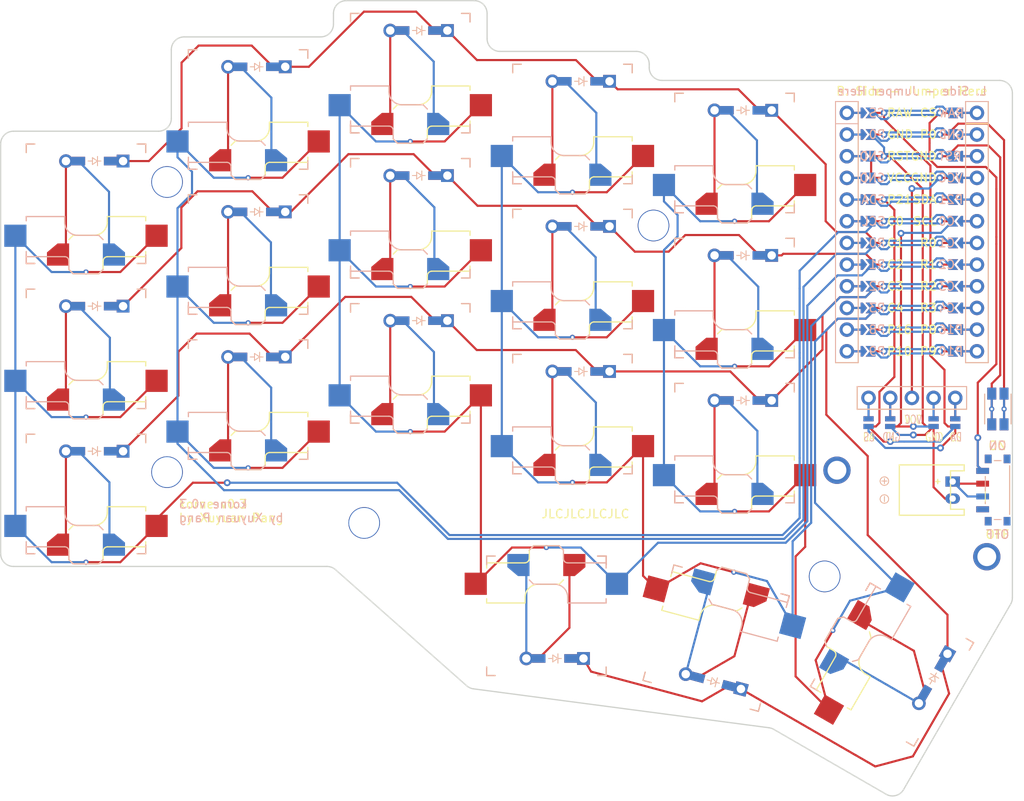
<source format=kicad_pcb>
(kicad_pcb (version 20221018) (generator pcbnew)
  (title_block (title "board") (rev "0.3") (company "XuyuanPang"))
  (layers (0 "F.Cu" signal) (31 "B.Cu" signal) (34 "B.Paste" user) (35 "F.Paste" user) (36 "B.SilkS" user "B.Silkscreen") (37 "F.SilkS" user "F.Silkscreen") (38 "B.Mask" user) (39 "F.Mask" user) (44 "Edge.Cuts" user))
  (net 0 "")
  (net 1 "pinky_bottom")
  (net 2 "col_pinky")
  (net 3 "pinky_home")
  (net 4 "pinky_top")
  (net 5 "ring_bottom")
  (net 6 "col_ring")
  (net 7 "ring_home")
  (net 8 "ring_top")
  (net 9 "middle_bottom")
  (net 10 "col_middle")
  (net 11 "middle_home")
  (net 12 "middle_top")
  (net 13 "index_bottom")
  (net 14 "col_index")
  (net 15 "index_home")
  (net 16 "index_top")
  (net 17 "inner_bottom")
  (net 18 "col_inner")
  (net 19 "inner_home")
  (net 20 "inner_top")
  (net 21 "home_thumb")
  (net 22 "near_thumb")
  (net 23 "far_thumb")
  (net 24 "row_bottom")
  (net 25 "row_home")
  (net 26 "row_top")
  (net 27 "row_thumb")
  (net 28 "RAW")
  (net 29 "GND")
  (net 30 "RST")
  (net 31 "VCC")
  (net 32 "P21")
  (net 33 "P16")
  (net 34 "P10")
  (net 35 "CS")
  (net 36 "P0")
  (net 37 "MOSI")
  (net 38 "SCK")
  (net 39 "P8")
  (net 40 "P9")
  (net 41 "MCU1_24")
  (net 42 "MCU1_1")
  (net 43 "MCU1_23")
  (net 44 "MCU1_2")
  (net 45 "MCU1_22")
  (net 46 "MCU1_3")
  (net 47 "MCU1_21")
  (net 48 "MCU1_4")
  (net 49 "MCU1_20")
  (net 50 "MCU1_5")
  (net 51 "MCU1_19")
  (net 52 "MCU1_6")
  (net 53 "MCU1_18")
  (net 54 "MCU1_7")
  (net 55 "MCU1_17")
  (net 56 "MCU1_8")
  (net 57 "MCU1_16")
  (net 58 "MCU1_9")
  (net 59 "MCU1_15")
  (net 60 "MCU1_10")
  (net 61 "MCU1_14")
  (net 62 "MCU1_11")
  (net 63 "MCU1_13")
  (net 64 "MCU1_12")
  (net 65 "DISP1_1")
  (net 66 "DISP1_2")
  (net 67 "DISP1_4")
  (net 68 "DISP1_5")
  (net 69 "BAT+")
  (footprint "VIA-0.6mm" (layer "F.Cu") (at 37.225439 -38.940339)
    (fp_text reference "REF**" hide)
    (fp_text value "VIA-0.6mm" hide)
  )
  (footprint "ComboDiode" (layer "F.Cu") (at 76.225438 -25.590338 180)
    (fp_text reference "D14" hide)
    (fp_text value "" hide)
  )
  (footprint "VIA-0.6mm" (layer "F.Cu") (at -0.774561 10.359663)
    (fp_text reference "REF**" hide)
    (fp_text value "VIA-0.6mm" hide)
  )
  (footprint "ComboDiode" (layer "F.Cu") (at 0.225438 -2.640339 180)
    (fp_text reference "D1" hide)
    (fp_text value "" hide)
  )
  (footprint "PG1350" (layer "F.Cu") (at 18.225438 -25.690337 180)
    (fp_text reference "S5" hide)
    (fp_text value "")
  )
  (footprint "PG1350" (layer "F.Cu") (at 56.225439 -40.990339 180)
    (fp_text reference "S12" hide)
    (fp_text value "")
  )
  (footprint "ComboDiode" (layer "F.Cu") (at 72.73736 24.348676 165)
    (fp_text reference "D17" hide)
    (fp_text value "" hide)
  )
  (footprint "ComboDiode" (layer "F.Cu") (at 57.225438 -45.990338 180)
    (fp_text reference "D12" hide)
    (fp_text value "" hide)
  )
  (footprint "power_switch" (layer "F.Cu") (at 106.031329 1.909662)
    (fp_text reference "SW2" hide)
    (fp_text value "")
  )
  (footprint "VIA-0.6mm" (layer "F.Cu") (at 37.225437 -21.940337)
    (fp_text reference "REF**" hide)
    (fp_text value "VIA-0.6mm" hide)
  )
  (footprint "PG1350" (layer "F.Cu") (at 73.065528 19.260226 -15)
    (fp_text reference "S16" hide)
    (fp_text value "")
  )
  (footprint "PG1350" (layer "F.Cu") (at 75.225439 -37.590338 180)
    (fp_text reference "S15" hide)
    (fp_text value "")
  )
  (footprint "PG1350" (layer "F.Cu") (at 37.225438 -29.940336 180)
    (fp_text reference "S8" hide)
    (fp_text value "")
  )
  (footprint "PG1350" (layer "F.Cu") (at 37.225439 -12.940337 180)
    (fp_text reference "S7" hide)
    (fp_text value "")
  )
  (footprint "VIA-0.6mm" (layer "F.Cu") (at 75.225438 -29.590337)
    (fp_text reference "REF**" hide)
    (fp_text value "VIA-0.6mm" hide)
  )
  (footprint "PG1350" (layer "F.Cu") (at 75.225437 -20.590338 180)
    (fp_text reference "S14" hide)
    (fp_text value "")
  )
  (footprint "VIA-0.6mm" (layer "F.Cu") (at 105.35633 -7.590336)
    (fp_text reference "REF**" hide)
    (fp_text value "VIA-0.6mm" hide)
  )
  (footprint "VIA-0.6mm" (layer "F.Cu") (at 56.225439 1.009662)
    (fp_text reference "REF**" hide)
    (fp_text value "VIA-0.6mm" hide)
  )
  (footprint "VIA-0.6mm" (layer "F.Cu") (at 18.225439 -34.690339)
    (fp_text reference "REF**" hide)
    (fp_text value "VIA-0.6mm" hide)
  )
  (footprint "VIA-0.6mm" (layer "F.Cu") (at 86.74191 18.358625 60)
    (fp_text reference "REF**" hide)
    (fp_text value "VIA-0.6mm" hide)
  )
  (footprint "VIA-0.6mm" (layer "F.Cu") (at -0.774561 -6.640338)
    (fp_text reference "REF**" hide)
    (fp_text value "VIA-0.6mm" hide)
  )
  (footprint "PG1350" (layer "F.Cu") (at 56.225437 -6.990339 180)
    (fp_text reference "S10" hide)
    (fp_text value "")
  )
  (footprint "mounting_hole" (layer "F.Cu") (at 8.725439 -0.190337)
    (fp_text reference "H2" hide)
    (fp_text value "")
  )
  (footprint "PG1350" (layer "F.Cu") (at -0.774563 2.359661 180)
    (fp_text reference "S1" hide)
    (fp_text value "")
  )
  (footprint "VIA-0.6mm" (layer "F.Cu") (at 37.225438 -4.940338)
    (fp_text reference "REF**" hide)
    (fp_text value "VIA-0.6mm" hide)
  )
  (footprint "icon_bat" (layer "F.Cu") (at 92.78133 1.909662 90)
    (fp_text reference "")
    (fp_text value "")
  )
  (footprint "JST_PH_S2B-PH-K_02x2.00mm_Angled" (layer "F.Cu") (at 100.781329 1.909662 -90)
    (fp_text reference "JST1" hide)
    (fp_text value "" hide)
  )
  (footprint "VIA-0.6mm" (layer "F.Cu") (at 75.13608 11.532823 -15)
    (fp_text reference "REF**" hide)
    (fp_text value "VIA-0.6mm" hide)
  )
  (footprint "VIA-0.6mm" (layer "F.Cu") (at 75.225437 -12.590338)
    (fp_text reference "REF**" hide)
    (fp_text value "VIA-0.6mm" hide)
  )
  (footprint "PG1350" (layer "F.Cu") (at 18.225439 -8.69034 180)
    (fp_text reference "S4" hide)
    (fp_text value "")
  )
  (footprint "PG1350" (layer "F.Cu") (at 56.225439 -23.990339 180)
    (fp_text reference "S11" hide)
    (fp_text value "")
  )
  (footprint "ComboDiode" (layer "F.Cu") (at 76.225438 -8.590338 180)
    (fp_text reference "D13" hide)
    (fp_text value "" hide)
  )
  (footprint "PG1350" (layer "F.Cu") (at -0.774561 -31.640339 180)
    (fp_text reference "S3" hide)
    (fp_text value "")
  )
  (footprint "VIA-0.6mm" (layer "F.Cu") (at 106.80633 -7.590337)
    (fp_text reference "REF**" hide)
    (fp_text value "VIA-0.6mm" hide)
  )
  (footprint "mounting_hole" (layer "F.Cu") (at 31.825439 5.759663)
    (fp_text reference "H4" hide)
    (fp_text value "")
  )
  (footprint "mounting_hole" (layer "F.Cu") (at 87.225439 -0.414766 -60)
    (fp_text reference "H7" hide)
    (fp_text value "")
  )
  (footprint "ComboDiode" (layer "F.Cu") (at 54.172234 21.641226 180)
    (fp_text reference "D18" hide)
    (fp_text value "" hide)
  )
  (footprint "icon_bat" (layer "F.Cu") (at 92.78133 1.909662 -90)
    (fp_text reference "ICON1" hide)
    (fp_text value "")
  )
  (footprint "ComboDiode" (layer "F.Cu") (at 38.225438 -17.940337 180)
    (fp_text reference "D7" hide)
    (fp_text value "" hide)
  )
  (footprint "nice_nano" (layer "F.Cu") (at 96.003385 -29.590339)
    (fp_text reference "MCU1" hide)
    (fp_text value "")
  )
  (footprint "ComboDiode" (layer "F.Cu") (at 57.225438 -11.99034 180)
    (fp_text reference "D10" hide)
    (fp_text value "" hide)
  )
  (footprint "mounting_hole" (layer "F.Cu") (at 65.725439 -29.090337)
    (fp_text reference "H3" hide)
    (fp_text value "")
  )
  (footprint "ComboDiode" (layer "F.Cu") (at 19.225439 -13.690338 180)
    (fp_text reference "D4" hide)
    (fp_text value "" hide)
  )
  (footprint "ComboDiode" (layer "F.Cu") (at 57.225439 -28.990339 180)
    (fp_text reference "D11" hide)
    (fp_text value "" hide)
  )
  (footprint "ComboDiode" (layer "F.Cu") (at 98.50024 23.9926 -120)
    (fp_text reference "D16" hide)
    (fp_text value "" hide)
  )
  (footprint "VIA-0.6mm" (layer "F.Cu") (at -0.774561 -23.640337)
    (fp_text reference "REF**" hide)
    (fp_text value "VIA-0.6mm" hide)
  )
  (footprint "VIA-0.6mm" (layer "F.Cu") (at 18.225437 -17.690338)
    (fp_text reference "REF**" hide)
    (fp_text value "VIA-0.6mm" hide)
  )
  (footprint "nice!view" (layer "F.Cu") (at 96.003385 -25.590338)
    (fp_text reference "DISP1" hide)
    (fp_text value "")
  )
  (footprint "PG1350" (layer "F.Cu") (at 93.670113 22.358627 60)
    (fp_text reference "S18" hide)
    (fp_text value "")
  )
  (footprint "PG1350" (layer "F.Cu") (at -0.774562 -14.640339 180)
    (fp_text reference "S2" hide)
    (fp_text value "")
  )
  (footprint "PG1350" (layer "F.Cu") (at 18.225439 -42.69034 180)
    (fp_text reference "S6" hide)
    (fp_text value "")
  )
  (footprint "VIA-0.6mm" (layer "F.Cu") (at 56.22544 -15.990338)
    (fp_text reference "REF**" hide)
    (fp_text value "VIA-0.6mm" hide)
  )
  (footprint "PG1350" (layer "F.Cu") (at 37.225438 -46.940337 180)
    (fp_text reference "S9" hide)
    (fp_text value "")
  )
  (footprint "mounting_hole" (layer "F.Cu") (at 85.777811 12.028497 60)
    (fp_text reference "H5" hide)
    (fp_text value "")
  )
  (footprint "PG1350" (layer "F.Cu") (at 53.172232 16.641226)
    (fp_text reference "S17" hide)
    (fp_text value "")
  )
  (footprint "ComboDiode" (layer "F.Cu") (at 19.225438 -30.690339 180)
    (fp_text reference "D5" hide)
    (fp_text value "" hide)
  )
  (footprint "ComboDiode" (layer "F.Cu") (at 19.225439 -47.690337 180)
    (fp_text reference "D6" hide)
    (fp_text value "" hide)
  )
  (footprint "VIA-0.6mm" (layer "F.Cu") (at 53.172231 8.641228)
    (fp_text reference "REF**" hide)
    (fp_text value "VIA-0.6mm" hide)
  )
  (footprint "mounting_hole" (layer "F.Cu") (at 104.78133 9.721131 30)
    (fp_text reference "H6" hide)
    (fp_text value "")
  )
  (footprint "ComboDiode" (layer "F.Cu") (at 0.225439 -19.640339 180)
    (fp_text reference "D2" hide)
    (fp_text value "" hide)
  )
  (footprint "ComboDiode" (layer "F.Cu") (at 0.22544 -36.640337 180)
    (fp_text reference "D3" hide)
    (fp_text value "" hide)
  )
  (footprint "ComboDiode" (layer "F.Cu") (at 38.22544 -34.940339 180)
    (fp_text reference "D8" hide)
    (fp_text value "" hide)
  )
  (footprint "VIA-0.6mm" (layer "F.Cu") (at 56.225438 -32.990336)
    (fp_text reference "REF**" hide)
    (fp_text value "VIA-0.6mm" hide)
  )
  (footprint "ComboDiode" (layer "F.Cu") (at 38.22544 -51.940339 180)
    (fp_text reference "D9" hide)
    (fp_text value "" hide)
  )
  (footprint "mounting_hole" (layer "F.Cu") (at 8.725437 -34.190338)
    (fp_text reference "H1" hide)
    (fp_text value "")
  )
  (footprint "sw_reset_side" (layer "F.Cu") (at 106.081329 -7.590337)
    (fp_text reference "SW1" hide)
    (fp_text value "")
  )
  (footprint "VIA-0.6mm" (layer "F.Cu") (at 75.22544 4.409663)
    (fp_text reference "REF**" hide)
    (fp_text value "VIA-0.6mm" hide)
  )
  (footprint "ComboDiode" (layer "F.Cu") (at 76.22544 -42.590338 180)
    (fp_text reference "D15" hide)
    (fp_text value "" hide)
  )
  (footprint "VIA-0.6mm" (layer "F.Cu") (at 18.225438 -0.690339)
    (fp_text reference "REF**" hide)
    (fp_text value "VIA-0.6mm" hide)
  )
  (footprint "PG1350" (layer "F.Cu") (at 75.225438 -3.590339 180)
    (fp_text reference "S13" hide)
    (fp_text value "")
  )
  (gr_line (start 79.263081 29.761024) (end 44.627068 25.201107) (stroke (width 0.15)) (layer "Edge.Cuts"))
  (gr_line (start 107.580367 15.26536) (end 95.031329 37.000932) (stroke (width 0.15)) (layer "Edge.Cuts"))
  (gr_arc (start 44.725439 -55.440337) (mid 45.786099 -55.000997) (end 46.225439 -53.940337) (stroke (width 0.15)) (layer "Edge.Cuts"))
  (gr_arc (start 44.627068 25.201107) (mid 44.200681 25.078819) (end 43.828701 24.837175) (stroke (width 0.15)) (layer "Edge.Cuts"))
  (gr_line (start 43.828701 24.837175) (end 28.462038 11.236427) (stroke (width 0.15)) (layer "Edge.Cuts"))
  (gr_line (start 47.725438 -49.490336) (end 63.725438 -49.490338) (stroke (width 0.15)) (layer "Edge.Cuts"))
  (gr_arc (start 28.225439 -52.690339) (mid 27.7861 -51.629678) (end 26.725439 -51.190338) (stroke (width 0.15)) (layer "Edge.Cuts"))
  (gr_arc (start 27.467883 10.859662) (mid 27.99946 10.957013) (end 28.462038 11.236427) (stroke (width 0.15)) (layer "Edge.Cuts"))
  (gr_line (start -9.274562 -40.140336) (end 7.725438 -40.140339) (stroke (width 0.15)) (layer "Edge.Cuts"))
  (gr_arc (start -9.27456 10.859663) (mid -10.335221 10.420323) (end -10.774562 9.359663) (stroke (width 0.15)) (layer "Edge.Cuts"))
  (gr_line (start 9.22544 -49.690338) (end 9.225438 -41.640338) (stroke (width 0.15)) (layer "Edge.Cuts"))
  (gr_line (start 107.781329 14.515358) (end 107.781331 -44.590339) (stroke (width 0.15)) (layer "Edge.Cuts"))
  (gr_arc (start 107.781329 14.515358) (mid 107.730218 14.903588) (end 107.580367 15.26536) (stroke (width 0.15)) (layer "Edge.Cuts"))
  (gr_arc (start 47.725438 -49.490336) (mid 46.664778 -49.929676) (end 46.225438 -50.990337) (stroke (width 0.15)) (layer "Edge.Cuts"))
  (gr_line (start 46.225438 -50.990337) (end 46.225439 -53.940337) (stroke (width 0.15)) (layer "Edge.Cuts"))
  (gr_line (start 66.725439 -46.090337) (end 106.281331 -46.090339) (stroke (width 0.15)) (layer "Edge.Cuts"))
  (gr_arc (start 63.725438 -49.490338) (mid 64.786098 -49.050999) (end 65.22544 -47.990339) (stroke (width 0.15)) (layer "Edge.Cuts"))
  (gr_arc (start 9.22544 -49.690338) (mid 9.66478 -50.750998) (end 10.72544 -51.190338) (stroke (width 0.15)) (layer "Edge.Cuts"))
  (gr_arc (start 66.725439 -46.090337) (mid 65.664777 -46.529677) (end 65.225438 -47.590339) (stroke (width 0.15)) (layer "Edge.Cuts"))
  (gr_arc (start 106.281331 -46.090339) (mid 107.341991 -45.650999) (end 107.781331 -44.590339) (stroke (width 0.15)) (layer "Edge.Cuts"))
  (gr_line (start -9.27456 10.859663) (end 27.467882 10.859663) (stroke (width 0.15)) (layer "Edge.Cuts"))
  (gr_arc (start 95.031329 37.000932) (mid 94.120519 37.699819) (end 92.982291 37.549969) (stroke (width 0.15)) (layer "Edge.Cuts"))
  (gr_arc (start 79.263081 29.761024) (mid 79.549451 29.827796) (end 79.817292 29.949154) (stroke (width 0.15)) (layer "Edge.Cuts"))
  (gr_line (start 10.72544 -51.190338) (end 26.725439 -51.190338) (stroke (width 0.15)) (layer "Edge.Cuts"))
  (gr_line (start 28.225439 -53.940338) (end 28.225439 -52.690339) (stroke (width 0.15)) (layer "Edge.Cuts"))
  (gr_line (start 44.725439 -55.440337) (end 29.725438 -55.440338) (stroke (width 0.15)) (layer "Edge.Cuts"))
  (gr_arc (start 28.225439 -53.940338) (mid 28.664778 -55.000998) (end 29.725438 -55.440338) (stroke (width 0.15)) (layer "Edge.Cuts"))
  (gr_arc (start 9.225438 -41.640338) (mid 8.786098 -40.579679) (end 7.725438 -40.140339) (stroke (width 0.15)) (layer "Edge.Cuts"))
  (gr_line (start 92.982291 37.549969) (end 79.817292 29.949154) (stroke (width 0.15)) (layer "Edge.Cuts"))
  (gr_arc (start -10.774562 -38.640339) (mid -10.335222 -39.700999) (end -9.274562 -40.140336) (stroke (width 0.15)) (layer "Edge.Cuts"))
  (gr_line (start -10.774562 9.359663) (end -10.774562 -38.640339) (stroke (width 0.15)) (layer "Edge.Cuts"))
  (gr_line (start 65.225438 -47.590339) (end 65.22544 -47.990339) (stroke (width 0.15)) (layer "Edge.Cuts"))
  (gr_text "korne v0.3\nby Xuyuan Pang" (at 10.025438 4.359662) (layer "B.SilkS") (effects (font (size 1 1)) (justify right mirror)))
  (gr_text "OFF" (at 106.031329 7.109661) (layer "B.SilkS") (effects (font (size 1 1)) (justify mirror)))
  (gr_text "ON" (at 106.031329 -3.290337) (layer "B.SilkS") (effects (font (size 1 1)) (justify mirror)))
  (gr_text "ON" (at 106.031329 -3.290337) (layer "F.SilkS") (effects (font (size 1 1))))
  (gr_text "korne v0.3\nby Xuyuan Pang" (at 10.025438 4.359662) (layer "F.SilkS") (effects (font (size 1 1)) (justify left)))
  (gr_text "OFF" (at 106.031329 7.109661) (layer "F.SilkS") (effects (font (size 1 1))))
  (gr_text "JLCJLCJLCJLC" (at 57.75 4.7) (layer "F.SilkS") (effects (font (size 1 1))))
  (segment (start -3.124562 7.384662) (end -3.12456 -2.640338) (width 0.25) (layer "F.Cu") (net 1))
  (segment (start -4.049562 8.309664) (end -3.124562 7.384662) (width 0.25) (layer "F.Cu") (net 1))
  (segment (start 1.975438 7.784663) (end 2.500441 8.309662) (width 0.25) (layer "B.Cu") (net 1))
  (segment (start -1.674561 -2.640338) (end 1.975438 1.009662) (width 0.25) (layer "B.Cu") (net 1))
  (segment (start 1.975438 1.009662) (end 1.975438 7.784663) (width 0.25) (layer "B.Cu") (net 1))
  (segment (start 7.500437 -27.890338) (end 3.25044 -23.640338) (width 0.25) (layer "F.Cu") (net 2))
  (segment (start 7.500439 -10.890336) (end 3.250439 -6.640338) (width 0.25) (layer "F.Cu") (net 2))
  (segment (start 7.500439 6.109661) (end 3.250439 10.359662) (width 0.25) (layer "F.Cu") (net 2))
  (segment (start 7.500437 5.299563) (end 7.500437 6.109661) (width 0.25) (layer "F.Cu") (net 2))
  (segment (start 15.775 1.05) (end 11.75 1.05) (width 0.25) (layer "F.Cu") (net 2))
  (segment (start 100.775438 -29.590339) (end 99.265439 -29.590338) (width 0.25) (layer "F.Cu") (net 2))
  (segment (start 11.75 1.05) (end 7.500437 5.299563) (width 0.25) (layer "F.Cu") (net 2))
  (segment (start 3.250439 -6.640338) (end -0.774561 -6.640338) (width 0.25) (layer "F.Cu") (net 2))
  (segment (start 3.25044 -23.640338) (end -0.774561 -23.640337) (width 0.25) (layer "F.Cu") (net 2))
  (segment (start 3.250439 10.359662) (end -0.774561 10.359663) (width 0.25) (layer "F.Cu") (net 2))
  (via (at 15.775 1.05) (size 0.8) (drill 0.4) (layers "F.Cu" "B.Cu") (net 2))
  (segment (start 81.742005 6.292005) (end 80.852208 7.181802) (width 0.25) (layer "B.Cu") (net 2))
  (segment (start 87.375 -28.325) (end 82.85 -23.8) (width 0.25) (layer "B.Cu") (net 2))
  (segment (start 91.225439 -29.59034) (end 91.66544 -29.590338) (width 0.25) (layer "B.Cu") (net 2))
  (segment (start 91.228385 -28.965339) (end 90.588046 -28.325) (width 0.25) (layer "B.Cu") (net 2))
  (segment (start -9.04956 -10.890336) (end -4.799562 -6.640339) (width 0.25) (layer "B.Cu") (net 2))
  (segment (start -9.049562 -27.890338) (end -4.79956 -23.640338) (width 0.25) (layer "B.Cu") (net 2))
  (segment (start -9.04956 -10.890336) (end -9.049562 6.109663) (width 0.25) (layer "B.Cu") (net 2))
  (segment (start 82.85 -14.175) (end 82.85 -13.575) (width 0.25) (layer "B.Cu") (net 2))
  (segment (start 93.465438 -29.240336) (end 93.465438 -29.250338) (width 0.25) (layer "B.Cu") (net 2))
  (segment (start -4.799561 10.359663) (end -0.774561 10.359663) (width 0.25) (layer "B.Cu") (net 2))
  (segment (start 91.228385 -29.590339) (end 91.228385 -28.965339) (width 0.25) (layer "B.Cu") (net 2))
  (segment (start 80.852208 7.181802) (end 77.325 7.181802) (width 0.25) (layer "B.Cu") (net 2))
  (segment (start 92.395438 -28.860338) (end 93.085439 -28.860337) (width 0.25) (layer "B.Cu") (net 2))
  (segment (start 82.85 -21.713604) (end 82.85 -14.175) (width 0.25) (layer "B.Cu") (net 2))
  (segment (start 82.85 4.7) (end 82.85 5.18401) (width 0.25) (layer "B.Cu") (net 2))
  (segment (start -4.799562 -6.640339) (end -0.774561 -6.640338) (width 0.25) (layer "B.Cu") (net 2))
  (segment (start 99.015439 -29.340339) (end 99.265439 -29.590338) (width 0.25) (layer "B.Cu") (net 2))
  (segment (start 90.588046 -28.325) (end 87.375 -28.325) (width 0.25) (layer "B.Cu") (net 2))
  (segment (start -9.049562 6.109663) (end -4.799561 10.359663) (width 0.25) (layer "B.Cu") (net 2))
  (segment (start -4.79956 -23.640338) (end -0.774561 -23.640337) (width 0.25) (layer "B.Cu") (net 2))
  (segment (start 93.555438 -29.340339) (end 99.015439 -29.340339) (width 0.25) (layer "B.Cu") (net 2))
  (segment (start 91.66544 -29.590338) (end 92.395438 -28.860338) (width 0.25) (layer "B.Cu") (net 2))
  (segment (start -9.049562 -27.890338) (end -9.04956 -10.890336) (width 0.25) (layer "B.Cu") (net 2))
  (segment (start 82.85 -23.8) (end 82.85 -21.713604) (width 0.25) (layer "B.Cu") (net 2))
  (segment (start 41.818198 7.181802) (end 40.793198 6.156802) (width 0.25) (layer "B.Cu") (net 2))
  (segment (start 77.325 7.181802) (end 41.818198 7.181802) (width 0.25) (layer "B.Cu") (net 2))
  (segment (start 93.085439 -28.860337) (end 93.465438 -29.240336) (width 0.25) (layer "B.Cu") (net 2))
  (segment (start 93.465438 -29.250338) (end 93.555438 -29.340339) (width 0.25) (layer "B.Cu") (net 2))
  (segment (start 35.686396 1.05) (end 15.775 1.05) (width 0.25) (layer "B.Cu") (net 2))
  (segment (start 40.793198 6.156802) (end 35.686396 1.05) (width 0.25) (layer "B.Cu") (net 2))
  (segment (start 82.85 5.18401) (end 81.742005 6.292005) (width 0.25) (layer "B.Cu") (net 2))
  (segment (start 82.85 -13.575) (end 82.85 -1.85) (width 0.25) (layer "B.Cu") (net 2))
  (segment (start 82.85 -1.85) (end 82.85 4.7) (width 0.25) (layer "B.Cu") (net 2))
  (segment (start -4.049561 -8.690337) (end -3.124562 -9.615337) (width 0.25) (layer "F.Cu") (net 3))
  (segment (start -3.124562 -9.615337) (end -3.124561 -19.640337) (width 0.25) (layer "F.Cu") (net 3))
  (segment (start 2.025438 -9.165337) (end 2.500439 -8.690337) (width 0.25) (layer "B.Cu") (net 3))
  (segment (start -1.674562 -19.64034) (end 2.025439 -15.940337) (width 0.25) (layer "B.Cu") (net 3))
  (segment (start 2.025439 -15.940337) (end 2.025438 -9.165337) (width 0.25) (layer "B.Cu") (net 3))
  (segment (start -4.049561 -25.690339) (end -3.124561 -26.615339) (width 0.25) (layer "F.Cu") (net 4))
  (segment (start -3.124561 -26.615339) (end -3.124561 -36.640338) (width 0.25) (layer "F.Cu") (net 4))
  (segment (start 1.925438 -26.265339) (end 2.500438 -25.690338) (width 0.25) (layer "B.Cu") (net 4))
  (segment (start 1.92544 -33.040337) (end 1.925438 -26.265339) (width 0.25) (layer "B.Cu") (net 4))
  (segment (start -1.674561 -36.640338) (end 1.92544 -33.040337) (width 0.25) (layer "B.Cu") (net 4))
  (segment (start 14.950439 -2.740338) (end 15.875439 -3.66534) (width 0.25) (layer "F.Cu") (net 5))
  (segment (start 15.875439 -3.66534) (end 15.875439 -13.690338) (width 0.25) (layer "F.Cu") (net 5))
  (segment (start 20.925438 -10.090337) (end 20.925439 -3.315336) (width 0.25) (layer "B.Cu") (net 5))
  (segment (start 20.925439 -3.315336) (end 21.500438 -2.740337) (width 0.25) (layer "B.Cu") (net 5))
  (segment (start 17.32544 -13.690339) (end 20.925438 -10.090337) (width 0.25) (layer "B.Cu") (net 5))
  (segment (start 26.50044 -4.940337) (end 22.250438 -0.690338) (width 0.25) (layer "F.Cu") (net 6))
  (segment (start 100.775439 -27.050337) (end 99.26544 -27.050338) (width 0.25) (layer "F.Cu") (net 6))
  (segment (start 26.500439 -38.94034) (end 22.250438 -34.690339) (width 0.25) (layer "F.Cu") (net 6))
  (segment (start 22.250438 -0.690338) (end 18.225438 -0.690339) (width 0.25) (layer "F.Cu") (net 6))
  (segment (start 26.500438 -21.940337) (end 22.250439 -17.690338) (width 0.25) (layer "F.Cu") (net 6))
  (segment (start 22.250438 -34.690339) (end 18.225439 -34.690339) (width 0.25) (layer "F.Cu") (net 6))
  (segment (start 22.250439 -17.690338) (end 18.225437 -17.690338) (width 0.25) (layer "F.Cu") (net 6))
  (segment (start 92.39544 -26.320339) (end 93.085438 -26.320339) (width 0.25) (layer "B.Cu") (net 6))
  (segment (start 90.578046 -25.775) (end 91.228385 -26.425339) (width 0.25) (layer "B.Cu") (net 6))
  (segment (start 83.3 5.370406) (end 83.3 -21.9) (width 0.25) (layer "B.Cu") (net 6))
  (segment (start 15.4 1.925) (end 35.925 1.925) (width 0.25) (layer "B.Cu") (net 6))
  (segment (start 9.950437 -21.940336) (end 9.950438 -4.940337) (width 0.25) (layer "B.Cu") (net 6))
  (segment (start 9.950439 -38.940337) (end 9.950438 -37.090338) (width 0.25) (layer "B.Cu") (net 6))
  (segment (start 93.465439 -26.710337) (end 93.55544 -26.800338) (width 0.25) (layer "B.Cu") (net 6))
  (segment (start 14.200437 -17.690338) (end 18.225437 -17.690338) (width 0.25) (layer "B.Cu") (net 6))
  (segment (start 83.3 -21.9) (end 87.175 -25.775) (width 0.25) (layer "B.Cu") (net 6))
  (segment (start 41.631802 7.631802) (end 81.038604 7.631802) (width 0.25) (layer "B.Cu") (net 6))
  (segment (start 9.950439 -4.94034) (end 9.950439 -3.524561) (width 0.25) (layer "B.Cu") (net 6))
  (segment (start 91.225437 -27.050337) (end 91.665438 -27.050339) (width 0.25) (layer "B.Cu") (net 6))
  (segment (start 91.228385 -26.425339) (end 91.228385 -27.050339) (width 0.25) (layer "B.Cu") (net 6))
  (segment (start 9.950438 -37.090338) (end 11.650438 -35.390338) (width 0.25) (layer "B.Cu") (net 6))
  (segment (start 93.465439 -26.700337) (end 93.465439 -26.710337) (width 0.25) (layer "B.Cu") (net 6))
  (segment (start 35.925 1.925) (end 41.631802 7.631802) (width 0.25) (layer "B.Cu") (net 6))
  (segment (start 9.950438 -4.940337) (end 14.200438 -0.690337) (width 0.25) (layer "B.Cu") (net 6))
  (segment (start 9.950438 -21.940337) (end 14.200437 -17.690338) (width 0.25) (layer "B.Cu") (net 6))
  (segment (start 9.950438 -31.115338) (end 9.950437 -21.940336) (width 0.25) (layer "B.Cu") (net 6))
  (segment (start 14.200438 -0.690337) (end 18.225438 -0.690339) (width 0.25) (layer "B.Cu") (net 6))
  (segment (start 99.015438 -26.800336) (end 99.26544 -27.050338) (width 0.25) (layer "B.Cu") (net 6))
  (segment (start 14.200438 -34.690338) (end 18.225439 -34.690339) (width 0.25) (layer "B.Cu") (net 6))
  (segment (start 93.55544 -26.800338) (end 99.015438 -26.800336) (width 0.25) (layer "B.Cu") (net 6))
  (segment (start 11.650439 -32.815338) (end 9.950438 -31.115338) (width 0.25) (layer "B.Cu") (net 6))
  (segment (start 87.175 -25.775) (end 90.578046 -25.775) (width 0.25) (layer "B.Cu") (net 6))
  (segment (start 11.650438 -35.390338) (end 11.650439 -32.815338) (width 0.25) (layer "B.Cu") (net 6))
  (segment (start 93.085438 -26.320339) (end 93.465439 -26.700337) (width 0.25) (layer "B.Cu") (net 6))
  (segment (start 9.950439 -3.524561) (end 15.4 1.925) (width 0.25) (layer "B.Cu") (net 6))
  (segment (start 81.038604 7.631802) (end 83.3 5.370406) (width 0.25) (layer "B.Cu") (net 6))
  (segment (start 91.665438 -27.050339) (end 92.39544 -26.320339) (width 0.25) (layer "B.Cu") (net 6))
  (segment (start 9.950439 -38.940337) (end 14.200438 -34.690338) (width 0.25) (layer "B.Cu") (net 6))
  (segment (start 15.87544 -20.665338) (end 15.87544 -30.690337) (width 0.25) (layer "F.Cu") (net 7))
  (segment (start 14.950438 -19.74034) (end 15.87544 -20.665338) (width 0.25) (layer "F.Cu") (net 7))
  (segment (start 20.900441 -20.340338) (end 21.500439 -19.740337) (width 0.25) (layer "B.Cu") (net 7))
  (segment (start 17.32544 -30.690337) (end 20.900438 -27.115339) (width 0.25) (layer "B.Cu") (net 7))
  (segment (start 20.900438 -27.115339) (end 20.900441 -20.340338) (width 0.25) (layer "B.Cu") (net 7))
  (segment (start 15.875438 -37.665339) (end 15.875439 -47.690339) (width 0.25) (layer "F.Cu") (net 8))
  (segment (start 14.950439 -36.740339) (end 15.875438 -37.665339) (width 0.25) (layer "F.Cu") (net 8))
  (segment (start 17.325438 -47.690338) (end 20.950437 -44.065338) (width 0.25) (layer "B.Cu") (net 8))
  (segment (start 20.950437 -44.065338) (end 20.950439 -37.290338) (width 0.25) (layer "B.Cu") (net 8))
  (segment (start 20.950439 -37.290338) (end 21.50044 -36.740339) (width 0.25) (layer "B.Cu") (net 8))
  (segment (start 34.875437 -7.915338) (end 34.875439 -17.940339) (width 0.25) (layer "F.Cu") (net 9))
  (segment (start 33.950439 -6.990338) (end 34.875437 -7.915338) (width 0.25) (layer "F.Cu") (net 9))
  (segment (start 40.000437 -7.490338) (end 40.500439 -6.990337) (width 0.25) (layer "B.Cu") (net 9))
  (segment (start 36.325439 -17.940339) (end 40.000439 -14.265338) (width 0.25) (layer "B.Cu") (net 9))
  (segment (start 40.000439 -14.265338) (end 40.000437 -7.490338) (width 0.25) (layer "B.Cu") (net 9))
  (segment (start 44.897232 12.891225) (end 49.147232 8.641224) (width 0.25) (layer "F.Cu") (net 10))
  (segment (start 45.500437 -26.190337) (end 41.250438 -21.940339) (width 0.25) (layer "F.Cu") (net 10))
  (segment (start 45.500438 -43.190337) (end 41.250439 -38.940337) (width 0.25) (layer "F.Cu") (net 10))
  (segment (start 41.250438 -21.940339) (end 37.225437 -21.940337) (width 0.25) (layer "F.Cu") (net 10))
  (segment (start 100.775438 -24.510338) (end 99.265438 -24.510339) (width 0.25) (layer "F.Cu") (net 10))
  (segment (start 45.500439 -9.190337) (end 45.500437 12.288021) (width 0.25) (layer "F.Cu") (net 10))
  (segment (start 41.250439 -38.940337) (end 37.225439 -38.940339) (width 0.25) (layer "F.Cu") (net 10))
  (segment (start 45.500439 -9.190337) (end 41.250439 -4.940337) (width 0.25) (layer "F.Cu") (net 10))
  (segment (start 45.500437 12.288021) (end 44.897232 12.891225) (width 0.25) (layer "F.Cu") (net 10))
  (segment (start 49.147232 8.641224) (end 53.172231 8.641228) (width 0.25) (layer "F.Cu") (net 10))
  (segment (start 41.250439 -4.940337) (end 37.225438 -4.940338) (width 0.25) (layer "F.Cu") (net 10))
  (segment (start 93.465439 -24.170338) (end 93.55544 -24.260336) (width 0.25) (layer "B.Cu") (net 10))
  (segment (start 57.197233 8.641228) (end 53.172231 8.641228) (width 0.25) (layer "B.Cu") (net 10))
  (segment (start 91.228385 -24.510339) (end 91.228385 -24.328385) (width 0.25) (layer "B.Cu") (net 10))
  (segment (start 87.3 -23.25) (end 83.75 -19.7) (width 0.25) (layer "B.Cu") (net 10))
  (segment (start 91.228385 -24.328385) (end 90.15 -23.25) (width 0.25) (layer "B.Cu") (net 10))
  (segment (start 28.950439 -9.190337) (end 33.200438 -4.940338) (width 0.25) (layer "B.Cu") (net 10))
  (segment (start 28.950438 -26.190336) (end 28.950439 -9.190337) (width 0.25) (layer "B.Cu") (net 10))
  (segment (start 33.20044 -38.940338) (end 37.225439 -38.940339) (width 0.25) (layer "B.Cu") (net 10))
  (segment (start 91.225438 -24.510338) (end 91.665438 -24.510337) (width 0.25) (layer "B.Cu") (net 10))
  (segment (start 33.200438 -21.940337) (end 37.225437 -21.940337) (width 0.25) (layer "B.Cu") (net 10))
  (segment (start 92.39544 -23.780337) (end 93.08544 -23.780337) (width 0.25) (layer "B.Cu") (net 10))
  (segment (start 93.465437 -24.160339) (end 93.465439 -24.170338) (width 0.25) (layer "B.Cu") (net 10))
  (segment (start 93.55544 -24.260336) (end 99.015438 -24.260337) (width 0.25) (layer "B.Cu") (net 10))
  (segment (start 93.08544 -23.780337) (end 93.465437 -24.160339) (width 0.25) (layer "B.Cu") (net 10))
  (segment (start 90.15 -23.25) (end 87.3 -23.25) (width 0.25) (layer "B.Cu") (net 10))
  (segment (start 61.447232 12.891227) (end 57.197233 8.641228) (width 0.25) (layer "B.Cu") (net 10))
  (segment (start 28.950438 -26.190336) (end 33.200438 -21.940337) (width 0.25) (layer "B.Cu") (net 10))
  (segment (start 66.256656 8.081802) (end 61.447232 12.891226) (width 0.25) (layer "B.Cu") (net 10))
  (segment (start 81.225 8.081802) (end 66.256656 8.081802) (width 0.25) (layer "B.Cu") (net 10))
  (segment (start 83.75 -19.7) (end 83.75 5.556802) (width 0.25) (layer "B.Cu") (net 10))
  (segment (start 33.200438 -4.940338) (end 37.225438 -4.940338) (width 0.25) (layer "B.Cu") (net 10))
  (segment (start 99.015438 -24.260337) (end 99.265438 -24.510339) (width 0.25) (layer "B.Cu") (net 10))
  (segment (start 91.665438 -24.510337) (end 92.39544 -23.780337) (width 0.25) (layer "B.Cu") (net 10))
  (segment (start 83.75 5.556802) (end 81.225 8.081802) (width 0.25) (layer "B.Cu") (net 10))
  (segment (start 28.950441 -43.190338) (end 33.20044 -38.940338) (width 0.25) (layer "B.Cu") (net 10))
  (segment (start 28.950441 -43.190338) (end 28.950438 -26.190336) (width 0.25) (layer "B.Cu") (net 10))
  (segment (start 33.950438 -23.990337) (end 34.875439 -24.915338) (width 0.25) (layer "F.Cu") (net 11))
  (segment (start 34.875439 -24.915338) (end 34.875438 -34.940338) (width 0.25) (layer "F.Cu") (net 11))
  (segment (start 36.325439 -34.940337) (end 40.050439 -31.215338) (width 0.25) (layer "B.Cu") (net 11))
  (segment (start 40.050439 -31.215338) (end 40.050439 -24.440337) (width 0.25) (layer "B.Cu") (net 11))
  (segment (start 40.050439 -24.440337) (end 40.500437 -23.990336) (width 0.25) (layer "B.Cu") (net 11))
  (segment (start 34.875437 -41.915339) (end 34.875438 -51.940338) (width 0.25) (layer "F.Cu") (net 12))
  (segment (start 33.95044 -40.990337) (end 34.875437 -41.915339) (width 0.25) (layer "F.Cu") (net 12))
  (segment (start 39.975439 -48.29034) (end 39.975438 -41.515338) (width 0.25) (layer "B.Cu") (net 12))
  (segment (start 39.975438 -41.515338) (end 40.500439 -40.990338) (width 0.25) (layer "B.Cu") (net 12))
  (segment (start 36.325437 -51.940338) (end 39.975439 -48.29034) (width 0.25) (layer "B.Cu") (net 12))
  (segment (start 53.875438 -1.965337) (end 53.875438 -11.990339) (width 0.25) (layer "F.Cu") (net 13))
  (segment (start 52.950441 -1.040337) (end 53.875438 -1.965337) (width 0.25) (layer "F.Cu") (net 13))
  (segment (start 55.325439 -11.990337) (end 58.975439 -8.340339) (width 0.25) (layer "B.Cu") (net 13))
  (segment (start 58.975439 -8.340339) (end 58.975437 -1.565338) (width 0.25) (layer "B.Cu") (net 13))
  (segment (start 58.975437 -1.565338) (end 59.500439 -1.040338) (width 0.25) (layer "B.Cu") (net 13))
  (segment (start 66.043063 13.496278) (end 71.248228 10.491075) (width 0.25) (layer "F.Cu") (net 14))
  (segment (start 100.775439 -21.970338) (end 99.265439 -21.970337) (width 0.25) (layer "F.Cu") (net 14))
  (segment (start 64.500439 11.953656) (end 66.043062 13.496281) (width 0.25) (layer "F.Cu") (net 14))
  (segment (start 64.50044 -3.240337) (end 60.250437 1.009662) (width 0.25) (layer "F.Cu") (net 14))
  (segment (start 60.250437 1.009662) (end 56.225439 1.009662) (width 0.25) (layer "F.Cu") (net 14))
  (segment (start 71.248228 10.491075) (end 75.13608 11.532823) (width 0.25) (layer "F.Cu") (net 14))
  (segment (start 64.50044 -3.240337) (end 64.500439 11.953656) (width 0.25) (layer "F.Cu") (net 14))
  (segment (start 60.250439 -32.990339) (end 56.225438 -32.990336) (width 0.25) (layer "F.Cu") (net 14))
  (segment (start 64.500439 -20.240337) (end 60.250439 -15.990338) (width 0.25) (layer "F.Cu") (net 14))
  (segment (start 64.500438 -37.240336) (end 60.250439 -32.990339) (width 0.25) (layer "F.Cu") (net 14))
  (segment (start 60.250439 -15.990338) (end 56.22544 -15.990338) (width 0.25) (layer "F.Cu") (net 14))
  (segment (start 47.950438 -20.240336) (end 47.950437 -3.240338) (width 0.25) (layer "B.Cu") (net 14))
  (segment (start 82.029136 17.779732) (end 82.029136 7.914062) (width 0.25) (layer "B.Cu") (net 14))
  (segment (start 82.029136 7.914062) (end 84.2 5.743198) (width 0.25) (layer "B.Cu") (net 14))
  (segment (start 47.950438 -20.240336) (end 52.200439 -15.990336) (width 0.25) (layer "B.Cu") (net 14))
  (segment (start 90.583046 -20.7) (end 91.228385 -21.345339) (width 0.25) (layer "B.Cu") (net 14))
  (segment (start 52.200439 -15.990336) (end 56.22544 -15.990338) (width 0.25) (layer "B.Cu") (net 14))
  (segment (start 93.465438 -21.620339) (end 93.465439 -21.630338) (width 0.25) (layer "B.Cu") (net 14))
  (segment (start 82.029134 17.779735) (end 79.023934 12.57457) (width 0.25) (layer "B.Cu") (net 14))
  (segment (start 92.39544 -21.240336) (end 93.08544 -21.240337) (width 0.25) (layer "B.Cu") (net 14))
  (segment (start 52.200439 -32.990338) (end 56.225438 -32.990336) (width 0.25) (layer "B.Cu") (net 14))
  (segment (start 84.2 -17.3) (end 87.6 -20.7) (width 0.25) (layer "B.Cu") (net 14))
  (segment (start 93.555439 -21.720337) (end 99.015439 -21.720337) (width 0.25) (layer "B.Cu") (net 14))
  (segment (start 91.665439 -21.970337) (end 92.39544 -21.240336) (width 0.25) (layer "B.Cu") (net 14))
  (segment (start 99.015439 -21.720337) (end 99.265439 -21.970337) (width 0.25) (layer "B.Cu") (net 14))
  (segment (start 84.2 5.743198) (end 84.2 -17.3) (width 0.25) (layer "B.Cu") (net 14))
  (segment (start 91.22544 -21.970338) (end 91.665439 -21.970337) (width 0.25) (layer "B.Cu") (net 14))
  (segment (start 47.95044 -37.240336) (end 52.200439 -32.990338) (width 0.25) (layer "B.Cu") (net 14))
  (segment (start 52.200439 1.009662) (end 56.225439 1.009662) (width 0.25) (layer "B.Cu") (net 14))
  (segment (start 47.950437 -3.240338) (end 52.200439 1.009662) (width 0.25) (layer "B.Cu") (net 14))
  (segment (start 47.95044 -37.240336) (end 47.950438 -20.240336) (width 0.25) (layer "B.Cu") (net 14))
  (segment (start 93.465439 -21.630338) (end 93.555439 -21.720337) (width 0.25) (layer "B.Cu") (net 14))
  (segment (start 93.08544 -21.240337) (end 93.465438 -21.620339) (width 0.25) (layer "B.Cu") (net 14))
  (segment (start 87.6 -20.7) (end 90.583046 -20.7) (width 0.25) (layer "B.Cu") (net 14))
  (segment (start 79.023934 12.57457) (end 75.13608 11.532823) (width 0.25) (layer "B.Cu") (net 14))
  (segment (start 91.228385 -21.345339) (end 91.228385 -21.970339) (width 0.25) (layer "B.Cu") (net 14))
  (segment (start 52.950439 -18.040337) (end 53.875439 -18.965338) (width 0.25) (layer "F.Cu") (net 15))
  (segment (start 53.875439 -18.965338) (end 53.87544 -28.990337) (width 0.25) (layer "F.Cu") (net 15))
  (segment (start 58.950437 -18.590337) (end 59.500439 -18.040337) (width 0.25) (layer "B.Cu") (net 15))
  (segment (start 58.950439 -25.365337) (end 58.950437 -18.590337) (width 0.25) (layer "B.Cu") (net 15))
  (segment (start 55.325438 -28.990339) (end 58.950439 -25.365337) (width 0.25) (layer "B.Cu") (net 15))
  (segment (start 52.950439 -35.040338) (end 53.875439 -35.965338) (width 0.25) (layer "F.Cu") (net 16))
  (segment (start 53.875439 -35.965338) (end 53.875438 -45.990337) (width 0.25) (layer "F.Cu") (net 16))
  (segment (start 59.025439 -35.515337) (end 59.500438 -35.040339) (width 0.25) (layer "B.Cu") (net 16))
  (segment (start 55.325438 -45.990339) (end 59.025438 -42.290339) (width 0.25) (layer "B.Cu") (net 16))
  (segment (start 59.025438 -42.290339) (end 59.025439 -35.515337) (width 0.25) (layer "B.Cu") (net 16))
  (segment (start 71.950437 2.359661) (end 72.875439 1.434661) (width 0.25) (layer "F.Cu") (net 17))
  (segment (start 72.875439 1.434661) (end 72.875441 -8.590338) (width 0.25) (layer "F.Cu") (net 17))
  (segment (start 77.900438 -5.015339) (end 77.900437 1.759662) (width 0.25) (layer "B.Cu") (net 17))
  (segment (start 74.325438 -8.590338) (end 77.900438 -5.015339) (width 0.25) (layer "B.Cu") (net 17))
  (segment (start 77.900437 1.759662) (end 78.500437 2.359663) (width 0.25) (layer "B.Cu") (net 17))
  (segment (start 83.500441 -16.840337) (end 79.250438 -12.590338) (width 0.25) (layer "F.Cu") (net 18))
  (segment (start 100.775438 -19.430337) (end 99.265439 -19.430339) (width 0.25) (layer "F.Cu") (net 18))
  (segment (start 83.500437 0.159662) (end 79.250439 4.409662) (width 0.25) (layer "F.Cu") (net 18))
  (segment (start 83.50044 -33.840338) (end 79.250439 -29.590339) (width 0.25) (layer "F.Cu") (net 18))
  (segment (start 84.72941 21.844377) (end 86.74191 18.358625) (width 0.25) (layer "F.Cu") (net 18))
  (segment (start 86.285019 27.649986) (end 84.72941 21.844377) (width 0.25) (layer "F.Cu") (net 18))
  (segment (start 83.500436 8.559662) (end 82.375438 9.684662) (width 0.25) (layer "F.Cu") (net 18))
  (segment (start 79.250438 -12.590338) (end 75.225437 -12.590338) (width 0.25) (layer "F.Cu") (net 18))
  (segment (start 82.375438 9.684662) (end 82.375439 23.740407) (width 0.25) (layer "F.Cu") (net 18))
  (segment (start 82.375439 23.740407) (end 86.285018 27.649986) (width 0.25) (layer "F.Cu") (net 18))
  (segment (start 83.500437 0.159662) (end 83.500436 8.559662) (width 0.25) (layer "F.Cu") (net 18))
  (segment (start 79.250439 -29.590339) (end 75.225438 -29.590337) (width 0.25) (layer "F.Cu") (net 18))
  (segment (start 79.250439 4.409662) (end 75.22544 4.409663) (width 0.25) (layer "F.Cu") (net 18))
  (segment (start 93.555437 -19.180338) (end 99.015438 -19.180337) (width 0.25) (layer "B.Cu") (net 18))
  (segment (start 91.228385 -18.805339) (end 90.598046 -18.175) (width 0.25) (layer "B.Cu") (net 18))
  (segment (start 84.65 3.407249) (end 94.560018 13.317267) (width 0.25) (layer "B.Cu") (net 18))
  (segment (start 91.665438 -19.43034) (end 92.395439 -18.700338) (width 0.25) (layer "B.Cu") (net 18))
  (segment (start 66.95044 -33.840339) (end 71.20044 -29.590339) (width 0.25) (layer "B.Cu") (net 18))
  (segment (start 68.550438 -30.315338) (end 66.950438 -31.915338) (width 0.25) (layer "B.Cu") (net 18))
  (segment (start 66.950438 0.159662) (end 71.200437 4.409663) (width 0.25) (layer "B.Cu") (net 18))
  (segment (start 66.950437 -16.840338) (end 71.200439 -12.590337) (width 0.25) (layer "B.Cu") (net 18))
  (segment (start 93.465438 -19.090337) (end 93.555437 -19.180338) (width 0.25) (layer "B.Cu") (net 18))
  (segment (start 66.950439 -26.215336) (end 68.550439 -27.815339) (width 0.25) (layer "B.Cu") (net 18))
  (segment (start 71.200437 4.409663) (end 75.22544 4.409663) (width 0.25) (layer "B.Cu") (net 18))
  (segment (start 71.200439 -12.590337) (end 75.225437 -12.590338) (width 0.25) (layer "B.Cu") (net 18))
  (segment (start 93.465439 -19.080337) (end 93.465438 -19.090337) (width 0.25) (layer "B.Cu") (net 18))
  (segment (start 66.950438 -31.915338) (end 66.95044 -33.840339) (width 0.25) (layer "B.Cu") (net 18))
  (segment (start 66.950437 -16.840338) (end 66.950439 -26.215336) (width 0.25) (layer "B.Cu") (net 18))
  (segment (start 99.015438 -19.180337) (end 99.265439 -19.430339) (width 0.25) (layer "B.Cu") (net 18))
  (segment (start 92.395439 -18.700338) (end 93.085438 -18.700338) (width 0.25) (layer "B.Cu") (net 18))
  (segment (start 66.950437 -16.840338) (end 66.950438 0.159662) (width 0.25) (layer "B.Cu") (net 18))
  (segment (start 68.550439 -27.815339) (end 68.550438 -30.315338) (width 0.25) (layer "B.Cu") (net 18))
  (segment (start 84.65 -15.5) (end 84.65 3.407249) (width 0.25) (layer "B.Cu") (net 18))
  (segment (start 90.598046 -18.175) (end 87.325 -18.175) (width 0.25) (layer "B.Cu") (net 18))
  (segment (start 94.560019 13.317266) (end 88.754409 14.872875) (width 0.25) (layer "B.Cu") (net 18))
  (segment (start 91.225439 -19.430339) (end 91.665438 -19.43034) (width 0.25) (layer "B.Cu") (net 18))
  (segment (start 87.325 -18.175) (end 84.65 -15.5) (width 0.25) (layer "B.Cu") (net 18))
  (segment (start 71.20044 -29.590339) (end 75.225438 -29.590337) (width 0.25) (layer "B.Cu") (net 18))
  (segment (start 88.754409 14.872875) (end 86.74191 18.358625) (width 0.25) (layer "B.Cu") (net 18))
  (segment (start 93.085438 -18.700338) (end 93.465439 -19.080337) (width 0.25) (layer "B.Cu") (net 18))
  (segment (start 91.228385 -19.430339) (end 91.228385 -18.805339) (width 0.25) (layer "B.Cu") (net 18))
  (segment (start 72.87544 -15.565339) (end 72.87544 -25.590338) (width 0.25) (layer "F.Cu") (net 19))
  (segment (start 71.95044 -14.640341) (end 72.87544 -15.565339) (width 0.25) (layer "F.Cu") (net 19))
  (segment (start 74.325439 -25.590339) (end 78.000438 -21.915338) (width 0.25) (layer "B.Cu") (net 19))
  (segment (start 78.000439 -15.140337) (end 78.500437 -14.640337) (width 0.25) (layer "B.Cu") (net 19))
  (segment (start 78.000438 -21.915338) (end 78.000439 -15.140337) (width 0.25) (layer "B.Cu") (net 19))
  (segment (start 72.875438 -32.565338) (end 72.875437 -42.590336) (width 0.25) (layer "F.Cu") (net 20))
  (segment (start 71.950438 -31.64034) (end 72.875438 -32.565338) (width 0.25) (layer "F.Cu") (net 20))
  (segment (start 77.85044 -39.065339) (end 77.850438 -32.290337) (width 0.25) (layer "B.Cu") (net 20))
  (segment (start 74.325439 -42.590338) (end 77.85044 -39.065339) (width 0.25) (layer "B.Cu") (net 20))
  (segment (start 77.850438 -32.290337) (end 78.50044 -31.640339) (width 0.25) (layer "B.Cu") (net 20))
  (segment (start 75.205777 21.37219) (end 76.959274 14.828044) (width 0.25) (layer "F.Cu") (net 21))
  (segment (start 70.902099 23.856919) (end 75.205777 21.37219) (width 0.25) (layer "F.Cu") (net 21))
  (segment (start 76.959274 14.828044) (end 77.768908 14.360601) (width 0.25) (layer "F.Cu") (net 21))
  (segment (start 72.096166 13.798225) (end 69.501505 23.481631) (width 0.25) (layer "B.Cu") (net 21))
  (segment (start 71.442093 12.665338) (end 72.096166 13.798225) (width 0.25) (layer "B.Cu") (net 21))
  (segment (start 52.272233 21.641227) (end 55.875439 18.03802) (width 0.25) (layer "F.Cu") (net 22))
  (segment (start 55.875439 18.03802) (end 55.87544 11.26302) (width 0.25) (layer "F.Cu") (net 22))
  (segment (start 55.87544 11.26302) (end 56.447232 10.691225) (width 0.25) (layer "F.Cu") (net 22))
  (segment (start 50.822233 11.616228) (end 50.822232 21.641226) (width 0.25) (layer "B.Cu") (net 22))
  (segment (start 49.897234 10.691228) (end 50.822233 11.616228) (width 0.25) (layer "B.Cu") (net 22))
  (segment (start 96.239424 20.746011) (end 90.372101 17.35851) (width 0.25) (layer "F.Cu") (net 23))
  (segment (start 90.372101 17.35851) (end 90.154763 16.547392) (width 0.25) (layer "F.Cu") (net 23))
  (segment (start 97.550241 25.638049) (end 96.239424 20.746011) (width 0.25) (layer "F.Cu") (net 23))
  (segment (start 88.143336 21.881286) (end 96.825241 26.893786) (width 0.25) (layer "B.Cu") (net 23))
  (segment (start 86.879763 22.21986) (end 88.143336 21.881286) (width 0.25) (layer "B.Cu") (net 23))
  (segment (start 74.725436 -11.99034) (end 78.125438 -8.590338) (width 0.25) (layer "F.Cu") (net 24))
  (segment (start 85.525 -18.65) (end 85.525 -14.5399) (width 0.25) (layer "F.Cu") (net 24))
  (segment (start 10.05 -9.15) (end 10.05 -14.3) (width 0.25) (layer "F.Cu") (net 24))
  (segment (start 87.575 -20.7) (end 85.525 -18.65) (width 0.25) (layer "F.Cu") (net 24))
  (segment (start 85.525 -14.5399) (end 79.575438 -8.590338) (width 0.25) (layer "F.Cu") (net 24))
  (segment (start 60.575438 -11.99034) (end 74.725436 -11.99034) (width 0.25) (layer "F.Cu") (net 24))
  (segment (start 29.6 -20.725) (end 37.340775 -20.725) (width 0.25) (layer "F.Cu") (net 24))
  (segment (start 90.583046 -20.7) (end 87.575 -20.7) (width 0.25) (layer "F.Cu") (net 24))
  (segment (start 91.228385 -21.345339) (end 90.583046 -20.7) (width 0.25) (layer "F.Cu") (net 24))
  (segment (start 3.575438 -2.675438) (end 10.05 -9.15) (width 0.25) (layer "F.Cu") (net 24))
  (segment (start 22.575439 -13.690338) (end 22.575439 -13.700439) (width 0.25) (layer "F.Cu") (net 24))
  (segment (start 91.228385 -21.970339) (end 91.228385 -21.345339) (width 0.25) (layer "F.Cu") (net 24))
  (segment (start 10.05 -14.3) (end 12.175 -16.425) (width 0.25) (layer "F.Cu") (net 24))
  (segment (start 18.390777 -16.425) (end 21.125439 -13.690338) (width 0.25) (layer "F.Cu") (net 24))
  (segment (start 12.175 -16.425) (end 18.390777 -16.425) (width 0.25) (layer "F.Cu") (net 24))
  (segment (start 37.340775 -20.725) (end 40.125438 -17.940337) (width 0.25) (layer "F.Cu") (net 24))
  (segment (start 22.575439 -13.700439) (end 29.6 -20.725) (width 0.25) (layer "F.Cu") (net 24))
  (segment (start 56.615778 -14.5) (end 59.125438 -11.99034) (width 0.25) (layer "F.Cu") (net 24))
  (segment (start 41.575438 -17.940337) (end 45.015774 -14.5) (width 0.25) (layer "F.Cu") (net 24))
  (segment (start 91.22544 -21.970338) (end 92.745438 -21.970338) (width 0.25) (layer "F.Cu") (net 24))
  (segment (start 3.575438 -2.640339) (end 3.575438 -2.675438) (width 0.25) (layer "F.Cu") (net 24))
  (segment (start 45.015774 -14.5) (end 56.615778 -14.5) (width 0.25) (layer "F.Cu") (net 24))
  (segment (start 100.775439 -21.970338) (end 100.335437 -21.970338) (width 0.25) (layer "B.Cu") (net 24))
  (segment (start 99.615438 -22.700338) (end 98.915439 -22.700337) (width 0.25) (layer "B.Cu") (net 24))
  (segment (start 92.99544 -22.220336) (end 92.745438 -21.970338) (width 0.25) (layer "B.Cu") (net 24))
  (segment (start 100.335437 -21.970338) (end 99.615438 -22.700338) (width 0.25) (layer "B.Cu") (net 24))
  (segment (start 98.915439 -22.700337) (end 98.44544 -22.220338) (width 0.25) (layer "B.Cu") (net 24))
  (segment (start 98.44544 -22.220338) (end 92.99544 -22.220336) (width 0.25) (layer "B.Cu") (net 24))
  (segment (start 69.45 -27.975) (end 75.740776 -27.975) (width 0.25) (layer "F.Cu") (net 25))
  (segment (start 91.228385 -24.510339) (end 91.228385 -25.135339) (width 0.25) (layer "F.Cu") (net 25))
  (segment (start 3.590339 -19.640339) (end 10.4 -26.45) (width 0.25) (layer "F.Cu") (net 25))
  (segment (start 59.125439 -28.990339) (end 56.715778 -31.4) (width 0.25) (layer "F.Cu") (net 25))
  (segment (start 10.4 -26.45) (end 10.4 -31.2) (width 0.25) (layer "F.Cu") (net 25))
  (segment (start 22.575438 -30.690339) (end 23.215339 -30.690339) (width 0.25) (layer "F.Cu") (net 25))
  (segment (start 91.228385 -25.135339) (end 90.588724 -25.775) (width 0.25) (layer "F.Cu") (net 25))
  (segment (start 10.4 -31.2) (end 12.3 -33.1) (width 0.25) (layer "F.Cu") (net 25))
  (segment (start 91.225438 -24.510338) (end 92.745439 -24.510338) (width 0.25) (layer "F.Cu") (net 25))
  (segment (start 75.740776 -27.975) (end 78.125438 -25.590338) (width 0.25) (layer "F.Cu") (net 25))
  (segment (start 56.715778 -31.4) (end 45.115779 -31.4) (width 0.25) (layer "F.Cu") (net 25))
  (segment (start 23.215339 -30.690339) (end 29.975 -37.45) (width 0.25) (layer "F.Cu") (net 25))
  (segment (start 45.115779 -31.4) (end 41.57544 -34.940339) (width 0.25) (layer "F.Cu") (net 25))
  (segment (start 3.575439 -19.640339) (end 3.590339 -19.640339) (width 0.25) (layer "F.Cu") (net 25))
  (segment (start 80.925 -25.775) (end 80.740338 -25.590338) (width 0.25) (layer "F.Cu") (net 25))
  (segment (start 12.3 -33.1) (end 18.715777 -33.1) (width 0.25) (layer "F.Cu") (net 25))
  (segment (start 90.588724 -25.775) (end 80.925 -25.775) (width 0.25) (layer "F.Cu") (net 25))
  (segment (start 80.740338 -25.590338) (end 79.575438 -25.590338) (width 0.25) (layer "F.Cu") (net 25))
  (segment (start 29.975 -37.45) (end 37.615779 -37.45) (width 0.25) (layer "F.Cu") (net 25))
  (segment (start 37.615779 -37.45) (end 40.12544 -34.940339) (width 0.25) (layer "F.Cu") (net 25))
  (segment (start 67.5 -26.025) (end 69.45 -27.975) (width 0.25) (layer "F.Cu") (net 25))
  (segment (start 18.715777 -33.1) (end 21.125438 -30.690339) (width 0.25) (layer "F.Cu") (net 25))
  (segment (start 63.540778 -26.025) (end 67.5 -26.025) (width 0.25) (layer "F.Cu") (net 25))
  (segment (start 60.575439 -28.990339) (end 63.540778 -26.025) (width 0.25) (layer "F.Cu") (net 25))
  (segment (start 98.445438 -24.760338) (end 92.99544 -24.760339) (width 0.25) (layer "B.Cu") (net 25))
  (segment (start 92.99544 -24.760339) (end 92.745439 -24.510338) (width 0.25) (layer "B.Cu") (net 25))
  (segment (start 99.615437 -25.240338) (end 98.91544 -25.240339) (width 0.25) (layer "B.Cu") (net 25))
  (segment (start 100.33544 -24.510337) (end 99.615437 -25.240338) (width 0.25) (layer "B.Cu") (net 25))
  (segment (start 98.91544 -25.240339) (end 98.445438 -24.760338) (width 0.25) (layer "B.Cu") (net 25))
  (segment (start 100.775438 -24.510338) (end 100.33544 -24.510337) (width 0.25) (layer "B.Cu") (net 25))
  (segment (start 22.575439 -47.690337) (end 25.340337 -47.690337) (width 0.25) (layer "F.Cu") (net 26))
  (segment (start 3.57544 -36.640337) (end 6.590337 -36.640337) (width 0.25) (layer "F.Cu") (net 26))
  (segment (start 91.228385 -27.050339) (end 91.228385 -27.675339) (width 0.25) (layer "F.Cu") (net 26))
  (segment (start 37.915779 -54.15) (end 40.12544 -51.940339) (width 0.25) (layer "F.Cu") (net 26))
  (segment (start 85.9 -36.265778) (end 79.57544 -42.590338) (width 0.25) (layer "F.Cu") (net 26))
  (segment (start 75.665778 -45.05) (end 61.515776 -45.05) (width 0.25) (layer "F.Cu") (net 26))
  (segment (start 90.578724 -28.325) (end 87.175 -28.325) (width 0.25) (layer "F.Cu") (net 26))
  (segment (start 18.640776 -50.175) (end 21.125439 -47.690337) (width 0.25) (layer "F.Cu") (net 26))
  (segment (start 56.640776 -48.475) (end 59.125438 -45.990338) (width 0.25) (layer "F.Cu") (net 26))
  (segment (start 10.425 -40.475) (end 10.425 -48.175) (width 0.25) (layer "F.Cu") (net 26))
  (segment (start 31.8 -54.15) (end 37.915779 -54.15) (width 0.25) (layer "F.Cu") (net 26))
  (segment (start 78.12544 -42.590338) (end 75.665778 -45.05) (width 0.25) (layer "F.Cu") (net 26))
  (segment (start 61.515776 -45.05) (end 60.575438 -45.990338) (width 0.25) (layer "F.Cu") (net 26))
  (segment (start 41.57544 -51.940339) (end 45.040779 -48.475) (width 0.25) (layer "F.Cu") (net 26))
  (segment (start 10.425 -48.175) (end 12.425 -50.175) (width 0.25) (layer "F.Cu") (net 26))
  (segment (start 85.9 -29.6) (end 85.9 -36.265778) (width 0.25) (layer "F.Cu") (net 26))
  (segment (start 45.040779 -48.475) (end 56.640776 -48.475) (width 0.25) (layer "F.Cu") (net 26))
  (segment (start 91.225437 -27.050337) (end 92.745439 -27.050338) (width 0.25) (layer "F.Cu") (net 26))
  (segment (start 12.425 -50.175) (end 18.640776 -50.175) (width 0.25) (layer "F.Cu") (net 26))
  (segment (start 91.228385 -27.675339) (end 90.578724 -28.325) (width 0.25) (layer "F.Cu") (net 26))
  (segment (start 87.175 -28.325) (end 85.9 -29.6) (width 0.25) (layer "F.Cu") (net 26))
  (segment (start 6.590337 -36.640337) (end 10.425 -40.475) (width 0.25) (layer "F.Cu") (net 26))
  (segment (start 25.340337 -47.690337) (end 31.8 -54.15) (width 0.25) (layer "F.Cu") (net 26))
  (segment (start 99.61544 -27.780338) (end 98.91544 -27.780337) (width 0.25) (layer "B.Cu") (net 26))
  (segment (start 98.445437 -27.300336) (end 92.995441 -27.300338) (width 0.25) (layer "B.Cu") (net 26))
  (segment (start 92.995441 -27.300338) (end 92.745439 -27.050338) (width 0.25) (layer "B.Cu") (net 26))
  (segment (start 100.775439 -27.050337) (end 100.33544 -27.050341) (width 0.25) (layer "B.Cu") (net 26))
  (segment (start 98.91544 -27.780337) (end 98.445437 -27.300336) (width 0.25) (layer "B.Cu") (net 26))
  (segment (start 100.33544 -27.050341) (end 99.61544 -27.780338) (width 0.25) (layer "B.Cu") (net 26))
  (segment (start 85.975 -16.825) (end 87.325 -18.175) (width 0.25) (layer "F.Cu") (net 27))
  (segment (start 100.17524 21.091415) (end 100.17524 16.52524) (width 0.25) (layer "F.Cu") (net 27))
  (segment (start 89.386698 32.96) (end 89.392146 32.95854) (width 0.25) (layer "F.Cu") (net 27))
  (segment (start 100.17524 16.52524) (end 90.825 7.175) (width 0.25) (layer "F.Cu") (net 27))
  (segment (start 96.114196 33.115609) (end 100.363522 25.755563) (width 0.25) (layer "F.Cu") (net 27))
  (segment (start 91.225439 -19.430339) (end 92.745439 -19.430337) (width 0.25) (layer "F.Cu") (net 27))
  (segment (start 100.363522 25.755563) (end 99.450241 22.347154) (width 0.25) (layer "F.Cu") (net 27))
  (segment (start 71.414697 26.663657) (end 74.572616 24.840431) (width 0.25) (layer "F.Cu") (net 27))
  (segment (start 75.97321 25.215719) (end 89.386698 32.96) (width 0.25) (layer "F.Cu") (net 27))
  (segment (start 91.708764 34.296042) (end 96.114196 33.115609) (width 0.25) (layer "F.Cu") (net 27))
  (segment (start 85.975 -6.925) (end 85.975 -16.825) (width 0.25) (layer "F.Cu") (net 27))
  (segment (start 90.825 -2.075) (end 85.975 -6.925) (width 0.25) (layer "F.Cu") (net 27))
  (segment (start 89.392146 32.95854) (end 91.708764 34.296042) (width 0.25) (layer "F.Cu") (net 27))
  (segment (start 90.598046 -18.175) (end 91.228385 -18.805339) (width 0.25) (layer "F.Cu") (net 27))
  (segment (start 58.410119 23.17909) (end 71.414697 26.663657) (width 0.25) (layer "F.Cu") (net 27))
  (segment (start 91.228385 -18.805339) (end 91.228385 -19.430339) (width 0.25) (layer "F.Cu") (net 27))
  (segment (start 57.522233 21.641226) (end 58.410119 23.17909) (width 0.25) (layer "F.Cu") (net 27))
  (segment (start 90.825 7.175) (end 90.825 -2.075) (width 0.25) (layer "F.Cu") (net 27))
  (segment (start 87.325 -18.175) (end 90.598046 -18.175) (width 0.25) (layer "F.Cu") (net 27))
  (segment (start 99.615439 -20.160336) (end 98.915438 -20.160339) (width 0.25) (layer "B.Cu") (net 27))
  (segment (start 98.915438 -20.160339) (end 98.445437 -19.680336) (width 0.25) (layer "B.Cu") (net 27))
  (segment (start 92.995439 -19.680338) (end 92.745439 -19.430337) (width 0.25) (layer "B.Cu") (net 27))
  (segment (start 100.775438 -19.430337) (end 100.335439 -19.430339) (width 0.25) (layer "B.Cu") (net 27))
  (segment (start 98.445437 -19.680336) (end 92.995439 -19.680338) (width 0.25) (layer "B.Cu") (net 27))
  (segment (start 100.335439 -19.430339) (end 99.615439 -20.160336) (width 0.25) (layer "B.Cu") (net 27))
  (segment (start 98.075 -38.75) (end 98.075 -36.85) (width 0.25) (layer "F.Cu") (net 28))
  (segment (start 103.725 -0.911667) (end 103.725 -4.225) (width 0.25) (layer "F.Cu") (net 28))
  (segment (start 103.925 -10.875) (end 103.725 -10.675) (width 0.25) (layer "F.Cu") (net 28))
  (segment (start 105.901329 -33.375) (end 105.901329 -27.748671) (width 0.25) (layer "F.Cu") (net 28))
  (segment (start 105.901329 -26.925) (end 105.901329 -12.851329) (width 0.25) (layer "F.Cu") (net 28))
  (segment (start 103.725 -10.675) (end 103.725 -4.225) (width 0.25) (layer "F.Cu") (net 28))
  (segment (start 98.075 -36.85) (end 98.675 -36.25) (width 0.25) (layer "F.Cu") (net 28))
  (segment (start 98.075 -41.099954) (end 98.075 -38.75) (width 0.25) (layer "F.Cu") (net 28))
  (segment (start 104.675 -35.95) (end 105.901329 -34.723671) (width 0.25) (layer "F.Cu") (net 28))
  (segment (start 100.775439 -42.290338) (end 99.265439 -42.290338) (width 0.25) (layer "F.Cu") (net 28))
  (segment (start 98.675 -36.25) (end 98.975 -35.95) (width 0.25) (layer "F.Cu") (net 28))
  (segment (start 99.265385 -42.290339) (end 98.075 -41.099954) (width 0.25) (layer "F.Cu") (net 28))
  (segment (start 105.901329 -27.748671) (end 105.901329 -26.925) (width 0.25) (layer "F.Cu") (net 28))
  (segment (start 98.975 -35.95) (end 104.675 -35.95) (width 0.25) (layer "F.Cu") (net 28))
  (segment (start 105.901329 -12.851329) (end 103.925 -10.875) (width 0.25) (layer "F.Cu") (net 28))
  (segment (start 105.901329 -34.723671) (end 105.901329 -33.375) (width 0.25) (layer "F.Cu") (net 28))
  (segment (start 104.296329 -0.340338) (end 103.725 -0.911667) (width 0.25) (layer "F.Cu") (net 28))
  (via (at 103.725 -4.225) (size 0.8) (drill 0.4) (layers "F.Cu" "B.Cu") (net 28))
  (segment (start 93.465439 -41.940337) (end 93.465439 -41.950339) (width 0.25) (layer "B.Cu") (net 28))
  (segment (start 99.015438 -42.040339) (end 99.265439 -42.290338) (width 0.25) (layer "B.Cu") (net 28))
  (segment (start 93.08544 -41.560338) (end 93.465439 -41.940337) (width 0.25) (layer "B.Cu") (net 28))
  (segment (start 93.465439 -41.950339) (end 93.55544 -42.040339) (width 0.25) (layer "B.Cu") (net 28))
  (segment (start 92.395439 -41.560338) (end 93.08544 -41.560338) (width 0.25) (layer "B.Cu") (net 28))
  (segment (start 103.725 -4.225) (end 103.725 -0.911667) (width 0.25) (layer "B.Cu") (net 28))
  (segment (start 91.665438 -42.290337) (end 92.395439 -41.560338) (width 0.25) (layer "B.Cu") (net 28))
  (segment (start 91.22544 -42.290338) (end 91.665438 -42.290337) (width 0.25) (layer "B.Cu") (net 28))
  (segment (start 103.725 -0.911667) (end 104.296329 -0.340338) (width 0.25) (layer "B.Cu") (net 28))
  (segment (start 93.55544 -42.040339) (end 99.015438 -42.040339) (width 0.25) (layer "B.Cu") (net 28))
  (segment (start 98.543385 1.568385) (end 99.884662 2.909662) (width 0.25) (layer "F.Cu") (net 29))
  (segment (start 91.228385 -37.210339) (end 91.228385 -34.670339) (width 0.25) (layer "F.Cu") (net 29))
  (segment (start 100.778385 -40.375339) (end 100.778385 -39.750339) (width 0.25) (layer "F.Cu") (net 29))
  (segment (start 106.801329 -39.098671) (end 104.875 -41.025) (width 0.25) (layer "F.Cu") (net 29))
  (segment (start 97.275 -33.375) (end 93.439661 -37.210339) (width 0.25) (layer "F.Cu") (net 29))
  (segment (start 97.553047 -4.55) (end 98.543385 -5.540338) (width 0.25) (layer "F.Cu") (net 29))
  (segment (start 106.801329 -9.390337) (end 106.801329 -39.098671) (width 0.25) (layer "F.Cu") (net 29))
  (segment (start 100.775439 -39.750337) (end 99.265439 -39.750337) (width 0.25) (layer "F.Cu") (net 29))
  (segment (start 91.225439 -37.210338) (end 92.74544 -37.210337) (width 0.25) (layer "F.Cu") (net 29))
  (segment (start 104.875 -41.025) (end 101.428046 -41.025) (width 0.25) (layer "F.Cu") (net 29))
  (segment (start 106.801329 -9.390337) (end 106.801329 -5.790337) (width 0.25) (layer "F.Cu") (net 29))
  (segment (start 91.225439 -34.670337) (end 92.745439 -34.670338) (width 0.25) (layer "F.Cu") (net 29))
  (segment (start 101.428046 -41.025) (end 100.778385 -40.375339) (width 0.25) (layer "F.Cu") (net 29))
  (segment (start 96.175 -4.55) (end 97.553047 -4.55) (width 0.25) (layer "F.Cu") (net 29))
  (segment (start 99.884662 2.909662) (end 100.781329 2.909662) (width 0.25) (layer "F.Cu") (net 29))
  (segment (start 97.693385 -5.540338) (end 97.275 -5.958723) (width 0.25) (layer "F.Cu") (net 29))
  (segment (start 98.543385 -5.540338) (end 98.543385 1.568385) (width 0.25) (layer "F.Cu") (net 29))
  (segment (start 97.275 -5.958723) (end 97.275 -33.375) (width 0.25) (layer "F.Cu") (net 29))
  (segment (start 93.439661 -37.210339) (end 92.741385 -37.210339) (width 0.25) (layer "F.Cu") (net 29))
  (segment (start 98.543385 -5.540338) (end 97.693385 -5.540338) (width 0.25) (layer "F.Cu") (net 29))
  (via (at 96.175 -4.55) (size 0.8) (drill 0.4) (layers "F.Cu" "B.Cu") (net 29))
  (segment (start 93.555439 -39.500337) (end 99.015438 -39.500336) (width 0.25) (layer "B.Cu") (net 29))
  (segment (start 98.445438 -34.920338) (end 92.99544 -34.920337) (width 0.25) (layer "B.Cu") (net 29))
  (segment (start 92.99544 -34.920337) (end 92.745439 -34.670338) (width 0.25) (layer "B.Cu") (net 29))
  (segment (start 92.995439 -37.460338) (end 92.74544 -37.210337) (width 0.25) (layer "B.Cu") (net 29))
  (segment (start 98.445438 -37.460338) (end 92.995439 -37.460338) (width 0.25) (layer "B.Cu") (net 29))
  (segment (start 100.775437 -37.210337) (end 100.335439 -37.210338) (width 0.25) (layer "B.Cu") (net 29))
  (segment (start 98.915437 -37.940338) (end 98.445438 -37.460338) (width 0.25) (layer "B.Cu") (net 29))
  (segment (start 100.335439 -37.210338) (end 99.615438 -37.940338) (width 0.25) (layer "B.Cu") (net 29))
  (segment (start 106.801329 -9.390337) (end 106.801329 -5.790337) (width 0.25) (layer "B.Cu") (net 29))
  (segment (start 93.463385 -5.540338) (end 94.453723 -4.55) (width 0.25) (layer "B.Cu") (net 29))
  (segment (start 92.741385 -38.237339) (end 91.228385 -39.750339) (width 0.25) (layer "B.Cu") (net 29))
  (segment (start 99.615438 -37.940338) (end 98.915437 -37.940338) (width 0.25) (layer "B.Cu") (net 29))
  (segment (start 100.335437 -34.670338) (end 99.615439 -35.400339) (width 0.25) (layer "B.Cu") (net 29))
  (segment (start 93.465439 -39.400336) (end 93.465438 -39.410337) (width 0.25) (layer "B.Cu") (net 29))
  (segment (start 93.465438 -39.410337) (end 93.555439 -39.500337) (width 0.25) (layer "B.Cu") (net 29))
  (segment (start 91.665438 -39.750338) (end 92.395439 -39.020339) (width 0.25) (layer "B.Cu") (net 29))
  (segment (start 94.453723 -4.55) (end 96.175 -4.55) (width 0.25) (layer "B.Cu") (net 29))
  (segment (start 99.015438 -39.500336) (end 99.265439 -39.750337) (width 0.25) (layer "B.Cu") (net 29))
  (segment (start 92.395439 -39.020339) (end 93.08544 -39.020339) (width 0.25) (layer "B.Cu") (net 29))
  (segment (start 100.77544 -34.670337) (end 100.335437 -34.670338) (width 0.25) (layer "B.Cu") (net 29))
  (segment (start 99.615439 -35.400339) (end 98.91544 -35.400338) (width 0.25) (layer "B.Cu") (net 29))
  (segment (start 98.91544 -35.400338) (end 98.445438 -34.920338) (width 0.25) (layer "B.Cu") (net 29))
  (segment (start 91.225436 -39.750337) (end 91.665438 -39.750338) (width 0.25) (layer "B.Cu") (net 29))
  (segment (start 93.08544 -39.020339) (end 93.465439 -39.400336) (width 0.25) (layer "B.Cu") (net 29))
  (segment (start 92.741385 -37.210339) (end 92.741385 -38.237339) (width 0.25) (layer "B.Cu") (net 29))
  (segment (start 100.775437 -37.210337) (end 99.265437 -37.210337) (width 0.25) (layer "F.Cu") (net 30))
  (segment (start 105.361329 -10.56) (end 106.351329 -11.55) (width 0.25) (layer "F.Cu") (net 30))
  (segment (start 106.351329 -37.073671) (end 104.95 -38.475) (width 0.25) (layer "F.Cu") (net 30))
  (segment (start 105.361329 -9.390337) (end 105.361329 -10.56) (width 0.25) (layer "F.Cu") (net 30))
  (segment (start 101.418046 -38.475) (end 100.778385 -37.835339) (width 0.25) (layer "F.Cu") (net 30))
  (segment (start 105.361329 -9.390337) (end 105.361329 -5.790337) (width 0.25) (layer "F.Cu") (net 30))
  (segment (start 104.95 -38.475) (end 101.418046 -38.475) (width 0.25) (layer "F.Cu") (net 30))
  (segment (start 100.778385 -37.835339) (end 100.778385 -37.210339) (width 0.25) (layer "F.Cu") (net 30))
  (segment (start 106.351329 -11.55) (end 106.351329 -37.073671) (width 0.25) (layer "F.Cu") (net 30))
  (segment (start 93.465438 -36.860338) (end 93.465439 -36.870338) (width 0.25) (layer "B.Cu") (net 30))
  (segment (start 93.085439 -36.480337) (end 93.465438 -36.860338) (width 0.25) (layer "B.Cu") (net 30))
  (segment (start 93.555439 -36.960338) (end 99.015437 -36.960339) (width 0.25) (layer "B.Cu") (net 30))
  (segment (start 105.361329 -9.390337) (end 105.361329 -5.790337) (width 0.25) (layer "B.Cu") (net 30))
  (segment (start 93.465439 -36.870338) (end 93.555439 -36.960338) (width 0.25) (layer "B.Cu") (net 30))
  (segment (start 92.395439 -36.480338) (end 93.085439 -36.480337) (width 0.25) (layer "B.Cu") (net 30))
  (segment (start 91.225439 -37.210338) (end 91.665439 -37.210339) (width 0.25) (layer "B.Cu") (net 30))
  (segment (start 91.665439 -37.210339) (end 92.395439 -36.480338) (width 0.25) (layer "B.Cu") (net 30))
  (segment (start 99.015437 -36.960339) (end 99.265437 -37.210337) (width 0.25) (layer "B.Cu") (net 30))
  (segment (start 100.77544 -34.670337) (end 99.26544 -34.670338) (width 0.25) (layer "F.Cu") (net 31))
  (segment (start 96.003385 -33.421615) (end 96 -33.425) (width 0.25) (layer "F.Cu") (net 31))
  (segment (start 96.003385 -8.890338) (end 96.003385 -33.421615) (width 0.25) (layer "F.Cu") (net 31))
  (via (at 96 -33.425) (size 0.8) (drill 0.4) (layers "F.Cu" "B.Cu") (net 31))
  (segment (start 91.665439 -34.670337) (end 92.39544 -33.940338) (width 0.25) (layer "B.Cu") (net 31))
  (segment (start 96 -33.425) (end 98.020046 -33.425) (width 0.25) (layer "B.Cu") (net 31))
  (segment (start 99.015438 -34.42034) (end 99.26544 -34.670338) (width 0.25) (layer "B.Cu") (net 31))
  (segment (start 93.46544 -34.320338) (end 93.465438 -34.330338) (width 0.25) (layer "B.Cu") (net 31))
  (segment (start 93.465438 -34.330338) (end 93.55544 -34.420339) (width 0.25) (layer "B.Cu") (net 31))
  (segment (start 92.39544 -33.940338) (end 93.085439 -33.940339) (width 0.25) (layer "B.Cu") (net 31))
  (segment (start 93.085439 -33.940339) (end 93.46544 -34.320338) (width 0.25) (layer "B.Cu") (net 31))
  (segment (start 91.225439 -34.670337) (end 91.665439 -34.670337) (width 0.25) (layer "B.Cu") (net 31))
  (segment (start 93.55544 -34.420339) (end 99.015438 -34.42034) (width 0.25) (layer "B.Cu") (net 31))
  (segment (start 98.020046 -33.425) (end 99.265385 -34.670339) (width 0.25) (layer "B.Cu") (net 31))
  (segment (start 100.775438 -32.130337) (end 99.265439 -32.130338) (width 0.25) (layer "F.Cu") (net 32))
  (segment (start 92.395439 -31.400337) (end 93.085437 -31.400338) (width 0.25) (layer "B.Cu") (net 32))
  (segment (start 93.555438 -31.880339) (end 99.015438 -31.880337) (width 0.25) (layer "B.Cu") (net 32))
  (segment (start 91.225438 -32.130337) (end 91.665439 -32.130339) (width 0.25) (layer "B.Cu") (net 32))
  (segment (start 93.465439 -31.780336) (end 93.465439 -31.790338) (width 0.25) (layer "B.Cu") (net 32))
  (segment (start 91.665439 -32.130339) (end 92.395439 -31.400337) (width 0.25) (layer "B.Cu") (net 32))
  (segment (start 93.085437 -31.400338) (end 93.465439 -31.780336) (width 0.25) (layer "B.Cu") (net 32))
  (segment (start 99.015438 -31.880337) (end 99.265439 -32.130338) (width 0.25) (layer "B.Cu") (net 32))
  (segment (start 93.465439 -31.790338) (end 93.555438 -31.880339) (width 0.25) (layer "B.Cu") (net 32))
  (segment (start 100.775439 -16.890339) (end 99.26544 -16.890339) (width 0.25) (layer "F.Cu") (net 33))
  (segment (start 92.395438 -16.160339) (end 93.08544 -16.160338) (width 0.25) (layer "B.Cu") (net 33))
  (segment (start 99.015438 -16.640338) (end 99.26544 -16.890339) (width 0.25) (layer "B.Cu") (net 33))
  (segment (start 93.465438 -16.550337) (end 93.555438 -16.640339) (width 0.25) (layer "B.Cu") (net 33))
  (segment (start 91.665439 -16.890336) (end 92.395438 -16.160339) (width 0.25) (layer "B.Cu") (net 33))
  (segment (start 91.225438 -16.890339) (end 91.665439 -16.890336) (width 0.25) (layer "B.Cu") (net 33))
  (segment (start 93.465437 -16.540338) (end 93.465438 -16.550337) (width 0.25) (layer "B.Cu") (net 33))
  (segment (start 93.555438 -16.640339) (end 99.015438 -16.640338) (width 0.25) (layer "B.Cu") (net 33))
  (segment (start 93.08544 -16.160338) (end 93.465437 -16.540338) (width 0.25) (layer "B.Cu") (net 33))
  (segment (start 100.775437 -14.350338) (end 99.26544 -14.350337) (width 0.25) (layer "F.Cu") (net 34))
  (segment (start 91.225437 -14.350337) (end 91.66544 -14.350338) (width 0.25) (layer "B.Cu") (net 34))
  (segment (start 92.395438 -13.620339) (end 93.08544 -13.620339) (width 0.25) (layer "B.Cu") (net 34))
  (segment (start 91.66544 -14.350338) (end 92.395438 -13.620339) (width 0.25) (layer "B.Cu") (net 34))
  (segment (start 93.465437 -14.010339) (end 93.55544 -14.100338) (width 0.25) (layer "B.Cu") (net 34))
  (segment (start 93.08544 -13.620339) (end 93.465439 -14.000337) (width 0.25) (layer "B.Cu") (net 34))
  (segment (start 93.55544 -14.100338) (end 99.015438 -14.100337) (width 0.25) (layer "B.Cu") (net 34))
  (segment (start 93.465439 -14.000337) (end 93.465437 -14.010339) (width 0.25) (layer "B.Cu") (net 34))
  (segment (start 99.015438 -14.100337) (end 99.26544 -14.350337) (width 0.25) (layer "B.Cu") (net 34))
  (segment (start 101.083385 -4.758385) (end 101.083385 -5.540338) (width 0.25) (layer "F.Cu") (net 35))
  (segment (start 99.35 -3.025) (end 101.083385 -4.758385) (width 0.25) (layer "F.Cu") (net 35))
  (segment (start 101.083385 -5.540338) (end 100.233385 -5.540338) (width 0.25) (layer "F.Cu") (net 35))
  (segment (start 92.741385 -41.547219) (end 92.741385 -42.290339) (width 0.25) (layer "F.Cu") (net 35))
  (segment (start 99.825 -5.948723) (end 99.825 -12.175) (width 0.25) (layer "F.Cu") (net 35))
  (segment (start 91.22544 -42.290338) (end 92.745439 -42.290339) (width 0.25) (layer "F.Cu") (net 35))
  (segment (start 98.175 -13.825) (end 98.175 -36.113604) (width 0.25) (layer "F.Cu") (net 35))
  (segment (start 100.233385 -5.540338) (end 99.825 -5.948723) (width 0.25) (layer "F.Cu") (net 35))
  (segment (start 98.175 -36.113604) (end 92.741385 -41.547219) (width 0.25) (layer "F.Cu") (net 35))
  (segment (start 99.825 -12.175) (end 98.175 -13.825) (width 0.25) (layer "F.Cu") (net 35))
  (via (at 99.35 -3.025) (size 0.8) (drill 0.4) (layers "F.Cu" "B.Cu") (net 35))
  (segment (start 99.615439 -43.020338) (end 98.91544 -43.020337) (width 0.25) (layer "B.Cu") (net 35))
  (segment (start 98.445437 -42.540339) (end 92.995438 -42.540338) (width 0.25) (layer "B.Cu") (net 35))
  (segment (start 100.775439 -42.290338) (end 100.33544 -42.290338) (width 0.25) (layer "B.Cu") (net 35))
  (segment (start 92.888723 -3.025) (end 99.35 -3.025) (width 0.25) (layer "B.Cu") (net 35))
  (segment (start 100.33544 -42.290338) (end 99.615439 -43.020338) (width 0.25) (layer "B.Cu") (net 35))
  (segment (start 90.923385 -4.990338) (end 92.888723 -3.025) (width 0.25) (layer "B.Cu") (net 35))
  (segment (start 90.923385 -5.540338) (end 90.923385 -4.990338) (width 0.25) (layer "B.Cu") (net 35))
  (segment (start 92.995438 -42.540338) (end 92.745439 -42.290339) (width 0.25) (layer "B.Cu") (net 35))
  (segment (start 98.91544 -43.020337) (end 98.445437 -42.540339) (width 0.25) (layer "B.Cu") (net 35))
  (segment (start 91.225436 -39.750337) (end 92.745439 -39.750337) (width 0.25) (layer "F.Cu") (net 36))
  (segment (start 92.995439 -40.000337) (end 92.745439 -39.750337) (width 0.25) (layer "B.Cu") (net 36))
  (segment (start 99.615439 -40.480339) (end 98.915438 -40.480337) (width 0.25) (layer "B.Cu") (net 36))
  (segment (start 100.335437 -39.75034) (end 99.615439 -40.480339) (width 0.25) (layer "B.Cu") (net 36))
  (segment (start 98.915438 -40.480337) (end 98.445439 -40.000339) (width 0.25) (layer "B.Cu") (net 36))
  (segment (start 100.775439 -39.750337) (end 100.335437 -39.75034) (width 0.25) (layer "B.Cu") (net 36))
  (segment (start 98.445439 -40.000339) (end 92.995439 -40.000337) (width 0.25) (layer "B.Cu") (net 36))
  (segment (start 93.475 -3.775) (end 92.688723 -3.775) (width 0.25) (layer "F.Cu") (net 37))
  (segment (start 93.95 -11.35) (end 93.95 -30.921724) (width 0.25) (layer "F.Cu") (net 37))
  (segment (start 92.2 -9.6) (end 93.95 -11.35) (width 0.25) (layer "F.Cu") (net 37))
  (segment (start 91.225438 -32.130337) (end 92.745439 -32.130338) (width 0.25) (layer "F.Cu") (net 37))
  (segment (start 90.923385 -5.540338) (end 91.773385 -5.540338) (width 0.25) (layer "F.Cu") (net 37))
  (segment (start 92.2 -5.966953) (end 92.2 -9.6) (width 0.25) (layer "F.Cu") (net 37))
  (segment (start 92.688723 -3.775) (end 90.923385 -5.540338) (width 0.25) (layer "F.Cu") (net 37))
  (segment (start 93.95 -30.921724) (end 92.741385 -32.130339) (width 0.25) (layer "F.Cu") (net 37))
  (segment (start 91.773385 -5.540338) (end 92.2 -5.966953) (width 0.25) (layer "F.Cu") (net 37))
  (via (at 93.475 -3.775) (size 0.8) (drill 0.4) (layers "F.Cu" "B.Cu") (net 37))
  (segment (start 95.1 -3.775) (end 93.475 -3.775) (width 0.25) (layer "B.Cu") (net 37))
  (segment (start 98.44544 -32.380339) (end 92.995439 -32.380339) (width 0.25) (layer "B.Cu") (net 37))
  (segment (start 92.995439 -32.380339) (end 92.745439 -32.130338) (width 0.25) (layer "B.Cu") (net 37))
  (segment (start 100.775438 -32.130337) (end 100.335439 -32.130338) (width 0.25) (layer "B.Cu") (net 37))
  (segment (start 101.083385 -5.540338) (end 99.318047 -3.775) (width 0.25) (layer "B.Cu") (net 37))
  (segment (start 99.318047 -3.775) (end 95.1 -3.775) (width 0.25) (layer "B.Cu") (net 37))
  (segment (start 100.335439 -32.130338) (end 99.615439 -32.860336) (width 0.25) (layer "B.Cu") (net 37))
  (segment (start 99.615439 -32.860336) (end 98.91544 -32.860339) (width 0.25) (layer "B.Cu") (net 37))
  (segment (start 98.91544 -32.860339) (end 98.44544 -32.380339) (width 0.25) (layer "B.Cu") (net 37))
  (segment (start 94.725 -5.951953) (end 94.725 -9.225) (width 0.25) (layer "F.Cu") (net 38))
  (segment (start 93.463385 -5.540338) (end 94.313385 -5.540338) (width 0.25) (layer "F.Cu") (net 38))
  (segment (start 94.313385 -5.540338) (end 94.725 -5.951953) (width 0.25) (layer "F.Cu") (net 38))
  (segment (start 91.225439 -29.59034) (end 92.745439 -29.590339) (width 0.25) (layer "F.Cu") (net 38))
  (segment (start 96.165338 -5.540338) (end 93.463385 -5.540338) (width 0.25) (layer "F.Cu") (net 38))
  (segment (start 94.725 -9.225) (end 94.725 -28.175) (width 0.25) (layer "F.Cu") (net 38))
  (segment (start 96.175 -5.55) (end 96.165338 -5.540338) (width 0.25) (layer "F.Cu") (net 38))
  (via (at 96.175 -5.55) (size 0.8) (drill 0.4) (layers "F.Cu" "B.Cu") (net 38))
  (via (at 94.725 -28.175) (size 0.8) (drill 0.4) (layers "F.Cu" "B.Cu") (net 38))
  (segment (start 98.543385 -5.540338) (end 96.184662 -5.540338) (width 0.25) (layer "B.Cu") (net 38))
  (segment (start 94.725 -28.175) (end 94.780338 -28.230338) (width 0.25) (layer "B.Cu") (net 38))
  (segment (start 94.780338 -28.230338) (end 99.418384 -28.230338) (width 0.25) (layer "B.Cu") (net 38))
  (segment (start 98.91544 -30.320337) (end 98.445439 -29.84034) (width 0.25) (layer "B.Cu") (net 38))
  (segment (start 92.995439 -29.840337) (end 92.745439 -29.590339) (width 0.25) (layer "B.Cu") (net 38))
  (segment (start 98.445439 -29.84034) (end 92.995439 -29.840337) (width 0.25) (layer "B.Cu") (net 38))
  (segment (start 99.418384 -28.230338) (end 100.778385 -29.590339) (width 0.25) (layer "B.Cu") (net 38))
  (segment (start 100.775438 -29.590339) (end 100.335439 -29.590339) (width 0.25) (layer "B.Cu") (net 38))
  (segment (start 100.335439 -29.590339) (end 99.615439 -30.320337) (width 0.25) (layer "B.Cu") (net 38))
  (segment (start 96.184662 -5.540338) (end 96.175 -5.55) (width 0.25) (layer "B.Cu") (net 38))
  (segment (start 99.615439 -30.320337) (end 98.91544 -30.320337) (width 0.25) (layer "B.Cu") (net 38))
  (segment (start 91.225438 -16.890339) (end 92.745438 -16.890338) (width 0.25) (layer "F.Cu") (net 39))
  (segment (start 98.445437 -17.140339) (end 92.995438 -17.140338) (width 0.25) (layer "B.Cu") (net 39))
  (segment (start 99.615437 -17.620338) (end 98.915437 -17.620338) (width 0.25) (layer "B.Cu") (net 39))
  (segment (start 98.915437 -17.620338) (end 98.445437 -17.140339) (width 0.25) (layer "B.Cu") (net 39))
  (segment (start 100.775439 -16.890339) (end 100.335439 -16.890338) (width 0.25) (layer "B.Cu") (net 39))
  (segment (start 92.995438 -17.140338) (end 92.745438 -16.890338) (width 0.25) (layer "B.Cu") (net 39))
  (segment (start 100.335439 -16.890338) (end 99.615437 -17.620338) (width 0.25) (layer "B.Cu") (net 39))
  (segment (start 91.225437 -14.350337) (end 92.745438 -14.350338) (width 0.25) (layer "F.Cu") (net 40))
  (segment (start 99.61544 -15.08034) (end 98.915439 -15.080336) (width 0.25) (layer "B.Cu") (net 40))
  (segment (start 98.915439 -15.080336) (end 98.445438 -14.600337) (width 0.25) (layer "B.Cu") (net 40))
  (segment (start 92.995439 -14.600339) (end 92.745438 -14.350338) (width 0.25) (layer "B.Cu") (net 40))
  (segment (start 98.445438 -14.600337) (end 92.995439 -14.600339) (width 0.25) (layer "B.Cu") (net 40))
  (segment (start 100.775437 -14.350338) (end 100.335439 -14.350338) (width 0.25) (layer "B.Cu") (net 40))
  (segment (start 100.335439 -14.350338) (end 99.61544 -15.08034) (width 0.25) (layer "B.Cu") (net 40))
  (segment (start 88.385439 -42.290338) (end 90.505436 -42.290338) (width 0.25) (layer "F.Cu") (net 41))
  (segment (start 88.385439 -42.290338) (end 90.505436 -42.290338) (width 0.25) (layer "B.Cu") (net 41))
  (segment (start 101.505438 -42.290339) (end 103.625439 -42.290336) (width 0.25) (layer "F.Cu") (net 42))
  (segment (start 103.625439 -42.290336) (end 101.505438 -42.290339) (width 0.25) (layer "B.Cu") (net 42))
  (segment (start 88.385438 -39.750336) (end 90.50544 -39.750338) (width 0.25) (layer "F.Cu") (net 43))
  (segment (start 88.385438 -39.750336) (end 90.50544 -39.750338) (width 0.25) (layer "B.Cu") (net 43))
  (segment (start 101.505439 -39.750336) (end 103.625438 -39.750338) (width 0.25) (layer "F.Cu") (net 44))
  (segment (start 103.625438 -39.750338) (end 101.505439 -39.750336) (width 0.25) (layer "B.Cu") (net 44))
  (segment (start 88.385437 -37.210338) (end 90.505439 -37.21034) (width 0.25) (layer "F.Cu") (net 45))
  (segment (start 88.385437 -37.210338) (end 90.505439 -37.21034) (width 0.25) (layer "B.Cu") (net 45))
  (segment (start 101.505437 -37.210337) (end 103.625438 -37.210338) (width 0.25) (layer "F.Cu") (net 46))
  (segment (start 103.625438 -37.210338) (end 101.505437 -37.210337) (width 0.25) (layer "B.Cu") (net 46))
  (segment (start 88.385439 -34.670336) (end 90.505438 -34.670338) (width 0.25) (layer "F.Cu") (net 47))
  (segment (start 88.385439 -34.670336) (end 90.505438 -34.670338) (width 0.25) (layer "B.Cu") (net 47))
  (segment (start 101.505439 -34.670338) (end 103.625438 -34.670337) (width 0.25) (layer "F.Cu") (net 48))
  (segment (start 103.625438 -34.670337) (end 101.505439 -34.670338) (width 0.25) (layer "B.Cu") (net 48))
  (segment (start 88.385438 -32.130336) (end 90.505438 -32.130339) (width 0.25) (layer "F.Cu") (net 49))
  (segment (start 88.385438 -32.130336) (end 90.505438 -32.130339) (width 0.25) (layer "B.Cu") (net 49))
  (segment (start 101.505438 -32.130337) (end 103.625438 -32.130337) (width 0.25) (layer "F.Cu") (net 50))
  (segment (start 103.625438 -32.130337) (end 101.505438 -32.130337) (width 0.25) (layer "B.Cu") (net 50))
  (segment (start 88.385438 -29.590338) (end 90.505438 -29.590338) (width 0.25) (layer "F.Cu") (net 51))
  (segment (start 88.385438 -29.590338) (end 90.505438 -29.590338) (width 0.25) (layer "B.Cu") (net 51))
  (segment (start 101.505438 -29.590338) (end 103.625438 -29.590337) (width 0.25) (layer "F.Cu") (net 52))
  (segment (start 103.625438 -29.590337) (end 101.505438 -29.590338) (width 0.25) (layer "B.Cu") (net 52))
  (segment (start 88.385438 -27.050337) (end 90.505438 -27.050337) (width 0.25) (layer "F.Cu") (net 53))
  (segment (start 88.385438 -27.050337) (end 90.505438 -27.050337) (width 0.25) (layer "B.Cu") (net 53))
  (segment (start 101.505439 -27.050335) (end 103.625438 -27.050338) (width 0.25) (layer "F.Cu") (net 54))
  (segment (start 103.625438 -27.050338) (end 101.505439 -27.050335) (width 0.25) (layer "B.Cu") (net 54))
  (segment (start 88.385438 -24.510339) (end 90.505438 -24.510337) (width 0.25) (layer "F.Cu") (net 55))
  (segment (start 88.385438 -24.510339) (end 90.505438 -24.510337) (width 0.25) (layer "B.Cu") (net 55))
  (segment (start 101.505439 -24.510339) (end 103.625438 -24.510338) (width 0.25) (layer "F.Cu") (net 56))
  (segment (start 103.625438 -24.510338) (end 101.505439 -24.510339) (width 0.25) (layer "B.Cu") (net 56))
  (segment (start 88.385438 -21.970338) (end 90.505437 -21.970338) (width 0.25) (layer "F.Cu") (net 57))
  (segment (start 88.385438 -21.970338) (end 90.505437 -21.970338) (width 0.25) (layer "B.Cu") (net 57))
  (segment (start 101.505438 -21.970338) (end 103.62544 -21.970337) (width 0.25) (layer "F.Cu") (net 58))
  (segment (start 103.62544 -21.970337) (end 101.505438 -21.970338) (width 0.25) (layer "B.Cu") (net 58))
  (segment (start 88.385439 -19.430336) (end 90.50544 -19.430339) (width 0.25) (layer "F.Cu") (net 59))
  (segment (start 88.385439 -19.430336) (end 90.50544 -19.430339) (width 0.25) (layer "B.Cu") (net 59))
  (segment (start 101.50544 -19.430338) (end 103.625439 -19.430338) (width 0.25) (layer "F.Cu") (net 60))
  (segment (start 103.625439 -19.430338) (end 101.50544 -19.430338) (width 0.25) (layer "B.Cu") (net 60))
  (segment (start 88.385438 -16.890339) (end 90.50544 -16.890337) (width 0.25) (layer "F.Cu") (net 61))
  (segment (start 88.385438 -16.890339) (end 90.50544 -16.890337) (width 0.25) (layer "B.Cu") (net 61))
  (segment (start 101.505439 -16.890338) (end 103.625438 -16.890338) (width 0.25) (layer "F.Cu") (net 62))
  (segment (start 103.625438 -16.890338) (end 101.505439 -16.890338) (width 0.25) (layer "B.Cu") (net 62))
  (segment (start 88.385438 -14.350337) (end 90.505439 -14.350336) (width 0.25) (layer "F.Cu") (net 63))
  (segment (start 88.385438 -14.350337) (end 90.505439 -14.350336) (width 0.25) (layer "B.Cu") (net 63))
  (segment (start 101.505439 -14.350337) (end 103.625437 -14.350336) (width 0.25) (layer "F.Cu") (net 64))
  (segment (start 103.625437 -14.350336) (end 101.505439 -14.350337) (width 0.25) (layer "B.Cu") (net 64))
  (segment (start 90.923385 -8.890338) (end 90.923385 -6.440338) (width 0.25) (layer "F.Cu") (net 65))
  (segment (start 90.923385 -8.890338) (end 90.923385 -6.440338) (width 0.25) (layer "B.Cu") (net 65))
  (segment (start 93.463385 -8.890338) (end 93.463385 -6.440338) (width 0.25) (layer "F.Cu") (net 66))
  (segment (start 93.463385 -8.890338) (end 93.463385 -6.440338) (width 0.25) (layer "B.Cu") (net 66))
  (segment (start 98.543385 -8.890338) (end 98.543385 -6.440338) (width 0.25) (layer "F.Cu") (net 67))
  (segment (start 98.543385 -8.890338) (end 98.543385 -6.440338) (width 0.25) (layer "B.Cu") (net 67))
  (segment (start 101.083385 -8.890338) (end 101.083385 -6.440338) (width 0.25) (layer "F.Cu") (net 68))
  (segment (start 101.083385 -8.890338) (end 101.083385 -6.440338) (width 0.25) (layer "B.Cu") (net 68))
  (segment (start 104.296329 1.159662) (end 101.031329 1.159662) (width 0.25) (layer "F.Cu") (net 69))
  (segment (start 101.031329 1.159662) (end 100.781329 0.909662) (width 0.25) (layer "F.Cu") (net 69))
  (segment (start 102.531329 2.659662) (end 100.781329 0.909662) (width 0.25) (layer "B.Cu") (net 69))
  (segment (start 104.296329 2.659662) (end 102.531329 2.659662) (width 0.25) (layer "B.Cu") (net 69))
)
</source>
